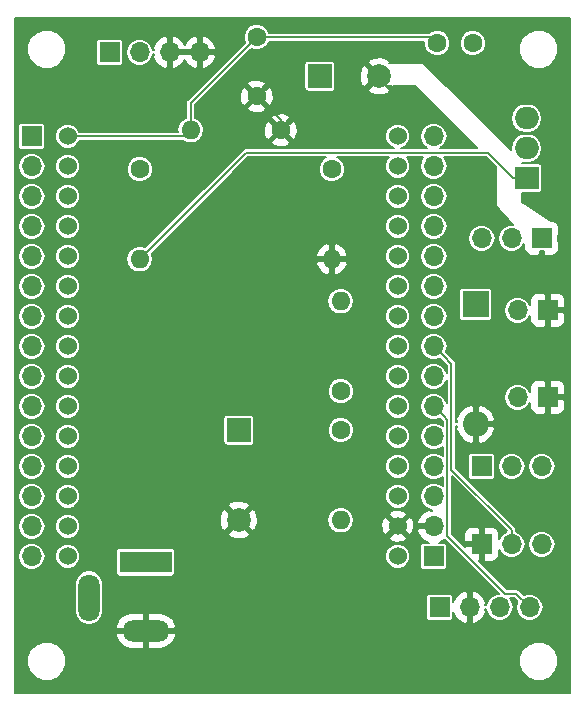
<source format=gtl>
G04 #@! TF.GenerationSoftware,KiCad,Pcbnew,5.0.2-bee76a0~70~ubuntu18.04.1*
G04 #@! TF.CreationDate,2020-02-03T20:23:13+01:00*
G04 #@! TF.ProjectId,ESP8266-LolinV3-Lamp,45535038-3236-4362-9d4c-6f6c696e5633,2.0*
G04 #@! TF.SameCoordinates,Original*
G04 #@! TF.FileFunction,Copper,L1,Top*
G04 #@! TF.FilePolarity,Positive*
%FSLAX46Y46*%
G04 Gerber Fmt 4.6, Leading zero omitted, Abs format (unit mm)*
G04 Created by KiCad (PCBNEW 5.0.2-bee76a0~70~ubuntu18.04.1) date lun 03 feb 2020 20:23:13 CET*
%MOMM*%
%LPD*%
G01*
G04 APERTURE LIST*
G04 #@! TA.AperFunction,ComponentPad*
%ADD10R,1.700000X1.700000*%
G04 #@! TD*
G04 #@! TA.AperFunction,ComponentPad*
%ADD11O,1.700000X1.700000*%
G04 #@! TD*
G04 #@! TA.AperFunction,ComponentPad*
%ADD12R,2.200000X2.200000*%
G04 #@! TD*
G04 #@! TA.AperFunction,ComponentPad*
%ADD13O,2.200000X2.200000*%
G04 #@! TD*
G04 #@! TA.AperFunction,ComponentPad*
%ADD14C,1.524000*%
G04 #@! TD*
G04 #@! TA.AperFunction,ComponentPad*
%ADD15O,1.800000X4.000000*%
G04 #@! TD*
G04 #@! TA.AperFunction,ComponentPad*
%ADD16O,4.000000X1.800000*%
G04 #@! TD*
G04 #@! TA.AperFunction,ComponentPad*
%ADD17R,4.400000X1.800000*%
G04 #@! TD*
G04 #@! TA.AperFunction,ComponentPad*
%ADD18R,2.000000X2.000000*%
G04 #@! TD*
G04 #@! TA.AperFunction,ComponentPad*
%ADD19C,2.000000*%
G04 #@! TD*
G04 #@! TA.AperFunction,ComponentPad*
%ADD20C,1.600000*%
G04 #@! TD*
G04 #@! TA.AperFunction,ComponentPad*
%ADD21O,1.600000X1.600000*%
G04 #@! TD*
G04 #@! TA.AperFunction,ComponentPad*
%ADD22R,2.000000X1.905000*%
G04 #@! TD*
G04 #@! TA.AperFunction,ComponentPad*
%ADD23O,2.000000X1.905000*%
G04 #@! TD*
G04 #@! TA.AperFunction,Conductor*
%ADD24C,0.160000*%
G04 #@! TD*
G04 #@! TA.AperFunction,Conductor*
%ADD25C,0.200000*%
G04 #@! TD*
G04 APERTURE END LIST*
D10*
G04 #@! TO.P,J9,1*
G04 #@! TO.N,GND*
X184912000Y-81280000D03*
D11*
G04 #@! TO.P,J9,2*
G04 #@! TO.N,+5V*
X182372000Y-81280000D03*
G04 #@! TD*
D10*
G04 #@! TO.P,J8,1*
G04 #@! TO.N,GND*
X184912000Y-73914000D03*
D11*
G04 #@! TO.P,J8,2*
G04 #@! TO.N,+5V*
X182372000Y-73914000D03*
G04 #@! TD*
D12*
G04 #@! TO.P,D1,1*
G04 #@! TO.N,+5V*
X178816000Y-73406000D03*
D13*
G04 #@! TO.P,D1,2*
G04 #@! TO.N,GND*
X178816000Y-83566000D03*
G04 #@! TD*
D14*
G04 #@! TO.P,U1,1*
G04 #@! TO.N,A0*
X144272000Y-59182000D03*
G04 #@! TO.P,U1,2*
G04 #@! TO.N,Net-(J1-Pad2)*
X144272000Y-61722000D03*
G04 #@! TO.P,U1,3*
G04 #@! TO.N,Net-(J1-Pad3)*
X144272000Y-64262000D03*
G04 #@! TO.P,U1,4*
G04 #@! TO.N,Net-(J1-Pad4)*
X144272000Y-66802000D03*
G04 #@! TO.P,U1,5*
G04 #@! TO.N,Net-(J1-Pad5)*
X144272000Y-69342000D03*
G04 #@! TO.P,U1,6*
G04 #@! TO.N,Net-(J1-Pad6)*
X144272000Y-71882000D03*
G04 #@! TO.P,U1,7*
G04 #@! TO.N,Net-(J1-Pad7)*
X144272000Y-74422000D03*
G04 #@! TO.P,U1,8*
G04 #@! TO.N,Net-(J1-Pad8)*
X144272000Y-76962000D03*
G04 #@! TO.P,U1,9*
G04 #@! TO.N,Net-(J1-Pad9)*
X144272000Y-79502000D03*
G04 #@! TO.P,U1,10*
G04 #@! TO.N,Net-(J1-Pad10)*
X144272000Y-82042000D03*
G04 #@! TO.P,U1,11*
G04 #@! TO.N,Net-(J1-Pad11)*
X144272000Y-84582000D03*
G04 #@! TO.P,U1,12*
G04 #@! TO.N,Net-(J1-Pad12)*
X144272000Y-87122000D03*
G04 #@! TO.P,U1,13*
G04 #@! TO.N,Net-(J1-Pad13)*
X144272000Y-89662000D03*
G04 #@! TO.P,U1,14*
G04 #@! TO.N,Net-(J1-Pad14)*
X144272000Y-92202000D03*
G04 #@! TO.P,U1,15*
G04 #@! TO.N,Net-(J1-Pad15)*
X144272000Y-94742000D03*
G04 #@! TO.P,U1,16*
G04 #@! TO.N,3.3V*
X172212000Y-94742000D03*
G04 #@! TO.P,U1,17*
G04 #@! TO.N,GND*
X172212000Y-92202000D03*
G04 #@! TO.P,U1,18*
G04 #@! TO.N,Net-(J3-Pad3)*
X172212000Y-89662000D03*
G04 #@! TO.P,U1,19*
G04 #@! TO.N,Net-(J3-Pad4)*
X172212000Y-87122000D03*
G04 #@! TO.P,U1,20*
G04 #@! TO.N,Net-(J3-Pad5)*
X172212000Y-84582000D03*
G04 #@! TO.P,U1,21*
G04 #@! TO.N,D7*
X172212000Y-82042000D03*
G04 #@! TO.P,U1,22*
G04 #@! TO.N,D6*
X172212000Y-79502000D03*
G04 #@! TO.P,U1,23*
G04 #@! TO.N,D5*
X172212000Y-76962000D03*
G04 #@! TO.P,U1,24*
G04 #@! TO.N,Net-(J3-Pad9)*
X172212000Y-74422000D03*
G04 #@! TO.P,U1,25*
G04 #@! TO.N,Net-(J3-Pad10)*
X172212000Y-71882000D03*
G04 #@! TO.P,U1,26*
G04 #@! TO.N,Net-(J3-Pad11)*
X172212000Y-69342000D03*
G04 #@! TO.P,U1,27*
G04 #@! TO.N,Net-(J3-Pad12)*
X172212000Y-66802000D03*
G04 #@! TO.P,U1,28*
G04 #@! TO.N,D2*
X172212000Y-64262000D03*
G04 #@! TO.P,U1,29*
G04 #@! TO.N,D1*
X172212000Y-61722000D03*
G04 #@! TO.P,U1,30*
G04 #@! TO.N,Net-(J3-Pad15)*
X172212000Y-59182000D03*
G04 #@! TD*
D15*
G04 #@! TO.P,J7,3*
G04 #@! TO.N,N/C*
X146076000Y-98250000D03*
D16*
G04 #@! TO.P,J7,2*
G04 #@! TO.N,GND*
X150876000Y-101050000D03*
D17*
G04 #@! TO.P,J7,1*
G04 #@! TO.N,Net-(J1-Pad15)*
X150876000Y-95250000D03*
G04 #@! TD*
D18*
G04 #@! TO.P,C1,1*
G04 #@! TO.N,+5V*
X165608000Y-54102000D03*
D19*
G04 #@! TO.P,C1,2*
G04 #@! TO.N,GND*
X170608000Y-54102000D03*
G04 #@! TD*
D20*
G04 #@! TO.P,C2,1*
G04 #@! TO.N,A0*
X160274000Y-50800000D03*
G04 #@! TO.P,C2,2*
G04 #@! TO.N,GND*
X160274000Y-55800000D03*
G04 #@! TD*
G04 #@! TO.P,R8,1*
G04 #@! TO.N,3.3V*
X178562000Y-51308000D03*
G04 #@! TO.P,R8,2*
G04 #@! TO.N,A0*
X175562000Y-51308000D03*
G04 #@! TD*
G04 #@! TO.P,R7,1*
G04 #@! TO.N,GND*
X162306000Y-58674000D03*
D21*
G04 #@! TO.P,R7,2*
G04 #@! TO.N,A0*
X154686000Y-58674000D03*
G04 #@! TD*
G04 #@! TO.P,R5,2*
G04 #@! TO.N,Net-(JP1-Pad1)*
X167386000Y-73152000D03*
D20*
G04 #@! TO.P,R5,1*
G04 #@! TO.N,D2*
X167386000Y-80772000D03*
G04 #@! TD*
G04 #@! TO.P,R6,1*
G04 #@! TO.N,D6*
X167386000Y-84074000D03*
D21*
G04 #@! TO.P,R6,2*
G04 #@! TO.N,Net-(BZ1-Pad1)*
X167386000Y-91694000D03*
G04 #@! TD*
D11*
G04 #@! TO.P,J1,15*
G04 #@! TO.N,Net-(J1-Pad15)*
X141224000Y-94742000D03*
G04 #@! TO.P,J1,14*
G04 #@! TO.N,Net-(J1-Pad14)*
X141224000Y-92202000D03*
G04 #@! TO.P,J1,13*
G04 #@! TO.N,Net-(J1-Pad13)*
X141224000Y-89662000D03*
G04 #@! TO.P,J1,12*
G04 #@! TO.N,Net-(J1-Pad12)*
X141224000Y-87122000D03*
G04 #@! TO.P,J1,11*
G04 #@! TO.N,Net-(J1-Pad11)*
X141224000Y-84582000D03*
G04 #@! TO.P,J1,10*
G04 #@! TO.N,Net-(J1-Pad10)*
X141224000Y-82042000D03*
G04 #@! TO.P,J1,9*
G04 #@! TO.N,Net-(J1-Pad9)*
X141224000Y-79502000D03*
G04 #@! TO.P,J1,8*
G04 #@! TO.N,Net-(J1-Pad8)*
X141224000Y-76962000D03*
G04 #@! TO.P,J1,7*
G04 #@! TO.N,Net-(J1-Pad7)*
X141224000Y-74422000D03*
G04 #@! TO.P,J1,6*
G04 #@! TO.N,Net-(J1-Pad6)*
X141224000Y-71882000D03*
G04 #@! TO.P,J1,5*
G04 #@! TO.N,Net-(J1-Pad5)*
X141224000Y-69342000D03*
G04 #@! TO.P,J1,4*
G04 #@! TO.N,Net-(J1-Pad4)*
X141224000Y-66802000D03*
G04 #@! TO.P,J1,3*
G04 #@! TO.N,Net-(J1-Pad3)*
X141224000Y-64262000D03*
G04 #@! TO.P,J1,2*
G04 #@! TO.N,Net-(J1-Pad2)*
X141224000Y-61722000D03*
D10*
G04 #@! TO.P,J1,1*
G04 #@! TO.N,A0*
X141224000Y-59182000D03*
G04 #@! TD*
G04 #@! TO.P,JP1,1*
G04 #@! TO.N,Net-(JP1-Pad1)*
X179324000Y-87122000D03*
D11*
G04 #@! TO.P,JP1,2*
G04 #@! TO.N,DATA*
X181864000Y-87122000D03*
G04 #@! TO.P,JP1,3*
G04 #@! TO.N,Net-(JP1-Pad3)*
X184404000Y-87122000D03*
G04 #@! TD*
D21*
G04 #@! TO.P,R4,2*
G04 #@! TO.N,Net-(Q4-Pad1)*
X150368000Y-69596000D03*
D20*
G04 #@! TO.P,R4,1*
G04 #@! TO.N,Net-(J1-Pad15)*
X150368000Y-61976000D03*
G04 #@! TD*
G04 #@! TO.P,R3,1*
G04 #@! TO.N,D1*
X166624000Y-61976000D03*
D21*
G04 #@! TO.P,R3,2*
G04 #@! TO.N,GND*
X166624000Y-69596000D03*
G04 #@! TD*
D22*
G04 #@! TO.P,Q5,1*
G04 #@! TO.N,Net-(Q4-Pad1)*
X183134000Y-62738000D03*
D23*
G04 #@! TO.P,Q5,2*
G04 #@! TO.N,+5V*
X183134000Y-60198000D03*
G04 #@! TO.P,Q5,3*
G04 #@! TO.N,Net-(J1-Pad15)*
X183134000Y-57658000D03*
G04 #@! TD*
D18*
G04 #@! TO.P,BZ1,1*
G04 #@! TO.N,Net-(BZ1-Pad1)*
X158750000Y-84074000D03*
D19*
G04 #@! TO.P,BZ1,2*
G04 #@! TO.N,GND*
X158750000Y-91674000D03*
G04 #@! TD*
D11*
G04 #@! TO.P,J4,3*
G04 #@! TO.N,+5V*
X179324000Y-67818000D03*
G04 #@! TO.P,J4,2*
G04 #@! TO.N,DATA*
X181864000Y-67818000D03*
D10*
G04 #@! TO.P,J4,1*
G04 #@! TO.N,GND*
X184404000Y-67818000D03*
G04 #@! TD*
G04 #@! TO.P,J5,1*
G04 #@! TO.N,GND*
X179324000Y-93726000D03*
D11*
G04 #@! TO.P,J5,2*
G04 #@! TO.N,D5*
X181864000Y-93726000D03*
G04 #@! TO.P,J5,3*
G04 #@! TO.N,3.3V*
X184404000Y-93726000D03*
G04 #@! TD*
G04 #@! TO.P,J2,4*
G04 #@! TO.N,GND*
X155448000Y-52070000D03*
G04 #@! TO.P,J2,3*
X152908000Y-52070000D03*
G04 #@! TO.P,J2,2*
G04 #@! TO.N,Net-(J1-Pad15)*
X150368000Y-52070000D03*
D10*
G04 #@! TO.P,J2,1*
X147828000Y-52070000D03*
G04 #@! TD*
G04 #@! TO.P,J6,1*
G04 #@! TO.N,A0*
X175768000Y-99060000D03*
D11*
G04 #@! TO.P,J6,2*
G04 #@! TO.N,GND*
X178308000Y-99060000D03*
G04 #@! TO.P,J6,3*
G04 #@! TO.N,3.3V*
X180848000Y-99060000D03*
G04 #@! TO.P,J6,4*
G04 #@! TO.N,D7*
X183388000Y-99060000D03*
G04 #@! TD*
D10*
G04 #@! TO.P,J3,1*
G04 #@! TO.N,3.3V*
X175260000Y-94742000D03*
D11*
G04 #@! TO.P,J3,2*
G04 #@! TO.N,GND*
X175260000Y-92202000D03*
G04 #@! TO.P,J3,3*
G04 #@! TO.N,Net-(J3-Pad3)*
X175260000Y-89662000D03*
G04 #@! TO.P,J3,4*
G04 #@! TO.N,Net-(J3-Pad4)*
X175260000Y-87122000D03*
G04 #@! TO.P,J3,5*
G04 #@! TO.N,Net-(J3-Pad5)*
X175260000Y-84582000D03*
G04 #@! TO.P,J3,6*
G04 #@! TO.N,D7*
X175260000Y-82042000D03*
G04 #@! TO.P,J3,7*
G04 #@! TO.N,D6*
X175260000Y-79502000D03*
G04 #@! TO.P,J3,8*
G04 #@! TO.N,D5*
X175260000Y-76962000D03*
G04 #@! TO.P,J3,9*
G04 #@! TO.N,Net-(J3-Pad9)*
X175260000Y-74422000D03*
G04 #@! TO.P,J3,10*
G04 #@! TO.N,Net-(J3-Pad10)*
X175260000Y-71882000D03*
G04 #@! TO.P,J3,11*
G04 #@! TO.N,Net-(J3-Pad11)*
X175260000Y-69342000D03*
G04 #@! TO.P,J3,12*
G04 #@! TO.N,Net-(J3-Pad12)*
X175260000Y-66802000D03*
G04 #@! TO.P,J3,13*
G04 #@! TO.N,D2*
X175260000Y-64262000D03*
G04 #@! TO.P,J3,14*
G04 #@! TO.N,D1*
X175260000Y-61722000D03*
G04 #@! TO.P,J3,15*
G04 #@! TO.N,Net-(J3-Pad15)*
X175260000Y-59182000D03*
G04 #@! TD*
D24*
G04 #@! TO.N,GND*
X162306000Y-57832000D02*
X162306000Y-58674000D01*
X160274000Y-55800000D02*
X162306000Y-57832000D01*
G04 #@! TO.N,A0*
X154686000Y-56388000D02*
X160274000Y-50800000D01*
X154686000Y-58674000D02*
X154686000Y-56388000D01*
X175054000Y-50800000D02*
X175562000Y-51308000D01*
X160274000Y-50800000D02*
X175054000Y-50800000D01*
X154178000Y-59182000D02*
X154686000Y-58674000D01*
X144272000Y-59182000D02*
X154178000Y-59182000D01*
G04 #@! TO.N,D7*
X176390001Y-83172001D02*
X176109999Y-82891999D01*
X176390001Y-92996003D02*
X176390001Y-83172001D01*
X176109999Y-82891999D02*
X175260000Y-82042000D01*
X181323997Y-97929999D02*
X176390001Y-92996003D01*
X182257999Y-97929999D02*
X181323997Y-97929999D01*
X183388000Y-99060000D02*
X182257999Y-97929999D01*
G04 #@! TO.N,D5*
X176750011Y-87409930D02*
X176750011Y-78452011D01*
X176750011Y-78452011D02*
X176109999Y-77811999D01*
X181864000Y-92523919D02*
X176750011Y-87409930D01*
X176109999Y-77811999D02*
X175260000Y-76962000D01*
X181864000Y-93726000D02*
X181864000Y-92523919D01*
G04 #@! TO.N,Net-(Q4-Pad1)*
X151167999Y-68796001D02*
X150368000Y-69596000D01*
X159372001Y-60591999D02*
X151167999Y-68796001D01*
X179827999Y-60591999D02*
X159372001Y-60591999D01*
X181974000Y-62738000D02*
X179827999Y-60591999D01*
X183134000Y-62738000D02*
X181974000Y-62738000D01*
G04 #@! TD*
D25*
G04 #@! TO.N,GND*
G36*
X186823001Y-106305000D02*
X139821000Y-106305000D01*
X139821000Y-103303795D01*
X140844000Y-103303795D01*
X140844000Y-103960205D01*
X141095198Y-104566650D01*
X141559350Y-105030802D01*
X142165795Y-105282000D01*
X142822205Y-105282000D01*
X143428650Y-105030802D01*
X143892802Y-104566650D01*
X144144000Y-103960205D01*
X144144000Y-103303795D01*
X182500000Y-103303795D01*
X182500000Y-103960205D01*
X182751198Y-104566650D01*
X183215350Y-105030802D01*
X183821795Y-105282000D01*
X184478205Y-105282000D01*
X185084650Y-105030802D01*
X185548802Y-104566650D01*
X185800000Y-103960205D01*
X185800000Y-103303795D01*
X185548802Y-102697350D01*
X185084650Y-102233198D01*
X184478205Y-101982000D01*
X183821795Y-101982000D01*
X183215350Y-102233198D01*
X182751198Y-102697350D01*
X182500000Y-103303795D01*
X144144000Y-103303795D01*
X143892802Y-102697350D01*
X143428650Y-102233198D01*
X142822205Y-101982000D01*
X142165795Y-101982000D01*
X141559350Y-102233198D01*
X141095198Y-102697350D01*
X140844000Y-103303795D01*
X139821000Y-103303795D01*
X139821000Y-101436774D01*
X148318444Y-101436774D01*
X148323857Y-101484810D01*
X148600789Y-102007423D01*
X149056636Y-102384277D01*
X149622000Y-102558000D01*
X150722000Y-102558000D01*
X150722000Y-101204000D01*
X151030000Y-101204000D01*
X151030000Y-102558000D01*
X152130000Y-102558000D01*
X152695364Y-102384277D01*
X153151211Y-102007423D01*
X153428143Y-101484810D01*
X153433556Y-101436774D01*
X153323227Y-101204000D01*
X151030000Y-101204000D01*
X150722000Y-101204000D01*
X148428773Y-101204000D01*
X148318444Y-101436774D01*
X139821000Y-101436774D01*
X139821000Y-100663226D01*
X148318444Y-100663226D01*
X148428773Y-100896000D01*
X150722000Y-100896000D01*
X150722000Y-99542000D01*
X151030000Y-99542000D01*
X151030000Y-100896000D01*
X153323227Y-100896000D01*
X153433556Y-100663226D01*
X153428143Y-100615190D01*
X153151211Y-100092577D01*
X152695364Y-99715723D01*
X152130000Y-99542000D01*
X151030000Y-99542000D01*
X150722000Y-99542000D01*
X149622000Y-99542000D01*
X149056636Y-99715723D01*
X148600789Y-100092577D01*
X148323857Y-100615190D01*
X148318444Y-100663226D01*
X139821000Y-100663226D01*
X139821000Y-97031813D01*
X144876000Y-97031813D01*
X144876001Y-99468188D01*
X144945626Y-99818217D01*
X145210849Y-100215152D01*
X145607784Y-100480375D01*
X146076000Y-100573509D01*
X146544217Y-100480375D01*
X146941152Y-100215152D01*
X147206375Y-99818217D01*
X147276000Y-99468188D01*
X147276000Y-98210000D01*
X174612123Y-98210000D01*
X174612123Y-99910000D01*
X174635407Y-100027054D01*
X174701712Y-100126288D01*
X174800946Y-100192593D01*
X174918000Y-100215877D01*
X176618000Y-100215877D01*
X176735054Y-100192593D01*
X176834288Y-100126288D01*
X176900593Y-100027054D01*
X176923877Y-99910000D01*
X176923877Y-99487023D01*
X177152259Y-99948854D01*
X177580384Y-100323477D01*
X177929090Y-100467903D01*
X178154000Y-100356889D01*
X178154000Y-99214000D01*
X178134000Y-99214000D01*
X178134000Y-98906000D01*
X178154000Y-98906000D01*
X178154000Y-97763111D01*
X177929090Y-97652097D01*
X177580384Y-97796523D01*
X177152259Y-98171146D01*
X176923877Y-98632977D01*
X176923877Y-98210000D01*
X176900593Y-98092946D01*
X176834288Y-97993712D01*
X176735054Y-97927407D01*
X176618000Y-97904123D01*
X174918000Y-97904123D01*
X174800946Y-97927407D01*
X174701712Y-97993712D01*
X174635407Y-98092946D01*
X174612123Y-98210000D01*
X147276000Y-98210000D01*
X147276000Y-97031812D01*
X147206375Y-96681783D01*
X146941152Y-96284848D01*
X146544216Y-96019625D01*
X146076000Y-95926491D01*
X145607783Y-96019625D01*
X145210848Y-96284848D01*
X144945625Y-96681784D01*
X144876000Y-97031813D01*
X139821000Y-97031813D01*
X139821000Y-94742000D01*
X140051471Y-94742000D01*
X140140724Y-95190707D01*
X140394897Y-95571103D01*
X140775293Y-95825276D01*
X141110739Y-95892000D01*
X141337261Y-95892000D01*
X141672707Y-95825276D01*
X142053103Y-95571103D01*
X142307276Y-95190707D01*
X142396529Y-94742000D01*
X142354510Y-94530755D01*
X143210000Y-94530755D01*
X143210000Y-94953245D01*
X143371680Y-95343575D01*
X143670425Y-95642320D01*
X144060755Y-95804000D01*
X144483245Y-95804000D01*
X144873575Y-95642320D01*
X145172320Y-95343575D01*
X145334000Y-94953245D01*
X145334000Y-94530755D01*
X145259129Y-94350000D01*
X148370123Y-94350000D01*
X148370123Y-96150000D01*
X148393407Y-96267054D01*
X148459712Y-96366288D01*
X148558946Y-96432593D01*
X148676000Y-96455877D01*
X153076000Y-96455877D01*
X153193054Y-96432593D01*
X153292288Y-96366288D01*
X153358593Y-96267054D01*
X153381877Y-96150000D01*
X153381877Y-94530755D01*
X171150000Y-94530755D01*
X171150000Y-94953245D01*
X171311680Y-95343575D01*
X171610425Y-95642320D01*
X172000755Y-95804000D01*
X172423245Y-95804000D01*
X172813575Y-95642320D01*
X173112320Y-95343575D01*
X173274000Y-94953245D01*
X173274000Y-94530755D01*
X173112320Y-94140425D01*
X172813575Y-93841680D01*
X172423245Y-93680000D01*
X172000755Y-93680000D01*
X171610425Y-93841680D01*
X171311680Y-94140425D01*
X171150000Y-94530755D01*
X153381877Y-94530755D01*
X153381877Y-94350000D01*
X153358593Y-94232946D01*
X153292288Y-94133712D01*
X153193054Y-94067407D01*
X153076000Y-94044123D01*
X148676000Y-94044123D01*
X148558946Y-94067407D01*
X148459712Y-94133712D01*
X148393407Y-94232946D01*
X148370123Y-94350000D01*
X145259129Y-94350000D01*
X145172320Y-94140425D01*
X144873575Y-93841680D01*
X144483245Y-93680000D01*
X144060755Y-93680000D01*
X143670425Y-93841680D01*
X143371680Y-94140425D01*
X143210000Y-94530755D01*
X142354510Y-94530755D01*
X142307276Y-94293293D01*
X142053103Y-93912897D01*
X141672707Y-93658724D01*
X141337261Y-93592000D01*
X141110739Y-93592000D01*
X140775293Y-93658724D01*
X140394897Y-93912897D01*
X140140724Y-94293293D01*
X140051471Y-94742000D01*
X139821000Y-94742000D01*
X139821000Y-92202000D01*
X140051471Y-92202000D01*
X140140724Y-92650707D01*
X140394897Y-93031103D01*
X140775293Y-93285276D01*
X141110739Y-93352000D01*
X141337261Y-93352000D01*
X141672707Y-93285276D01*
X142053103Y-93031103D01*
X142307276Y-92650707D01*
X142396529Y-92202000D01*
X142354510Y-91990755D01*
X143210000Y-91990755D01*
X143210000Y-92413245D01*
X143371680Y-92803575D01*
X143670425Y-93102320D01*
X144060755Y-93264000D01*
X144483245Y-93264000D01*
X144873575Y-93102320D01*
X145146829Y-92829066D01*
X157812723Y-92829066D01*
X157915174Y-93085040D01*
X158518703Y-93297105D01*
X159157445Y-93262067D01*
X159345026Y-93184368D01*
X171447421Y-93184368D01*
X171520551Y-93415698D01*
X172037647Y-93587917D01*
X172581287Y-93549142D01*
X172903449Y-93415698D01*
X172976579Y-93184368D01*
X172212000Y-92419789D01*
X171447421Y-93184368D01*
X159345026Y-93184368D01*
X159584826Y-93085040D01*
X159687277Y-92829066D01*
X158750000Y-91891789D01*
X157812723Y-92829066D01*
X145146829Y-92829066D01*
X145172320Y-92803575D01*
X145334000Y-92413245D01*
X145334000Y-91990755D01*
X145172320Y-91600425D01*
X145014598Y-91442703D01*
X157126895Y-91442703D01*
X157161933Y-92081445D01*
X157338960Y-92508826D01*
X157594934Y-92611277D01*
X158532211Y-91674000D01*
X158967789Y-91674000D01*
X159905066Y-92611277D01*
X160161040Y-92508826D01*
X160373105Y-91905297D01*
X160361515Y-91694000D01*
X166264450Y-91694000D01*
X166349823Y-92123199D01*
X166592944Y-92487056D01*
X166956801Y-92730177D01*
X167277661Y-92794000D01*
X167494339Y-92794000D01*
X167815199Y-92730177D01*
X168179056Y-92487056D01*
X168422177Y-92123199D01*
X168441183Y-92027647D01*
X170826083Y-92027647D01*
X170864858Y-92571287D01*
X170998302Y-92893449D01*
X171229632Y-92966579D01*
X171994211Y-92202000D01*
X172429789Y-92202000D01*
X173194368Y-92966579D01*
X173425698Y-92893449D01*
X173597917Y-92376353D01*
X173559142Y-91832713D01*
X173555157Y-91823090D01*
X173852097Y-91823090D01*
X173963111Y-92048000D01*
X175106000Y-92048000D01*
X175106000Y-92028000D01*
X175414000Y-92028000D01*
X175414000Y-92048000D01*
X175434000Y-92048000D01*
X175434000Y-92356000D01*
X175414000Y-92356000D01*
X175414000Y-92376000D01*
X175106000Y-92376000D01*
X175106000Y-92356000D01*
X173963111Y-92356000D01*
X173852097Y-92580910D01*
X173996523Y-92929616D01*
X174371146Y-93357741D01*
X174832977Y-93586123D01*
X174410000Y-93586123D01*
X174292946Y-93609407D01*
X174193712Y-93675712D01*
X174127407Y-93774946D01*
X174104123Y-93892000D01*
X174104123Y-95592000D01*
X174127407Y-95709054D01*
X174193712Y-95808288D01*
X174292946Y-95874593D01*
X174410000Y-95897877D01*
X176110000Y-95897877D01*
X176227054Y-95874593D01*
X176326288Y-95808288D01*
X176392593Y-95709054D01*
X176415877Y-95592000D01*
X176415877Y-93892000D01*
X176392593Y-93774946D01*
X176326288Y-93675712D01*
X176227054Y-93609407D01*
X176110000Y-93586123D01*
X175687023Y-93586123D01*
X176148854Y-93357741D01*
X176179414Y-93322816D01*
X180766597Y-97910000D01*
X180734739Y-97910000D01*
X180399293Y-97976724D01*
X180018897Y-98230897D01*
X179764724Y-98611293D01*
X179706104Y-98905998D01*
X179605857Y-98905998D01*
X179715915Y-98681089D01*
X179463741Y-98171146D01*
X179035616Y-97796523D01*
X178686910Y-97652097D01*
X178462000Y-97763111D01*
X178462000Y-98906000D01*
X178482000Y-98906000D01*
X178482000Y-99214000D01*
X178462000Y-99214000D01*
X178462000Y-100356889D01*
X178686910Y-100467903D01*
X179035616Y-100323477D01*
X179463741Y-99948854D01*
X179715915Y-99438911D01*
X179605857Y-99214002D01*
X179706104Y-99214002D01*
X179764724Y-99508707D01*
X180018897Y-99889103D01*
X180399293Y-100143276D01*
X180734739Y-100210000D01*
X180961261Y-100210000D01*
X181296707Y-100143276D01*
X181677103Y-99889103D01*
X181931276Y-99508707D01*
X182020529Y-99060000D01*
X181931276Y-98611293D01*
X181729957Y-98309999D01*
X182100599Y-98309999D01*
X182343644Y-98553045D01*
X182304724Y-98611293D01*
X182215471Y-99060000D01*
X182304724Y-99508707D01*
X182558897Y-99889103D01*
X182939293Y-100143276D01*
X183274739Y-100210000D01*
X183501261Y-100210000D01*
X183836707Y-100143276D01*
X184217103Y-99889103D01*
X184471276Y-99508707D01*
X184560529Y-99060000D01*
X184471276Y-98611293D01*
X184217103Y-98230897D01*
X183836707Y-97976724D01*
X183501261Y-97910000D01*
X183274739Y-97910000D01*
X182939293Y-97976724D01*
X182881045Y-98015644D01*
X182553163Y-97687763D01*
X182531963Y-97656035D01*
X182406267Y-97572047D01*
X182295423Y-97549999D01*
X182295418Y-97549999D01*
X182257999Y-97542556D01*
X182220580Y-97549999D01*
X181481398Y-97549999D01*
X179066699Y-95135301D01*
X179170000Y-95032000D01*
X179170000Y-93880000D01*
X178018000Y-93880000D01*
X177914699Y-93983301D01*
X176770001Y-92838603D01*
X176770001Y-92755061D01*
X177866000Y-92755061D01*
X177866000Y-93420000D01*
X178018000Y-93572000D01*
X179170000Y-93572000D01*
X179170000Y-92420000D01*
X179018000Y-92268000D01*
X178353062Y-92268000D01*
X178129596Y-92360562D01*
X177958563Y-92531595D01*
X177866000Y-92755061D01*
X176770001Y-92755061D01*
X176770001Y-87967320D01*
X181440408Y-92637728D01*
X181415293Y-92642724D01*
X181034897Y-92896897D01*
X180782000Y-93275383D01*
X180782000Y-92755061D01*
X180689437Y-92531595D01*
X180518404Y-92360562D01*
X180294938Y-92268000D01*
X179630000Y-92268000D01*
X179478000Y-92420000D01*
X179478000Y-93572000D01*
X179498000Y-93572000D01*
X179498000Y-93880000D01*
X179478000Y-93880000D01*
X179478000Y-95032000D01*
X179630000Y-95184000D01*
X180294938Y-95184000D01*
X180518404Y-95091438D01*
X180689437Y-94920405D01*
X180782000Y-94696939D01*
X180782000Y-94176617D01*
X181034897Y-94555103D01*
X181415293Y-94809276D01*
X181750739Y-94876000D01*
X181977261Y-94876000D01*
X182312707Y-94809276D01*
X182693103Y-94555103D01*
X182947276Y-94174707D01*
X183036529Y-93726000D01*
X183231471Y-93726000D01*
X183320724Y-94174707D01*
X183574897Y-94555103D01*
X183955293Y-94809276D01*
X184290739Y-94876000D01*
X184517261Y-94876000D01*
X184852707Y-94809276D01*
X185233103Y-94555103D01*
X185487276Y-94174707D01*
X185576529Y-93726000D01*
X185487276Y-93277293D01*
X185233103Y-92896897D01*
X184852707Y-92642724D01*
X184517261Y-92576000D01*
X184290739Y-92576000D01*
X183955293Y-92642724D01*
X183574897Y-92896897D01*
X183320724Y-93277293D01*
X183231471Y-93726000D01*
X183036529Y-93726000D01*
X182947276Y-93277293D01*
X182693103Y-92896897D01*
X182312707Y-92642724D01*
X182244000Y-92629057D01*
X182244000Y-92561338D01*
X182251443Y-92523919D01*
X182244000Y-92486500D01*
X182244000Y-92486495D01*
X182221952Y-92375651D01*
X182137964Y-92249955D01*
X182106239Y-92228757D01*
X177130011Y-87252530D01*
X177130011Y-86272000D01*
X178168123Y-86272000D01*
X178168123Y-87972000D01*
X178191407Y-88089054D01*
X178257712Y-88188288D01*
X178356946Y-88254593D01*
X178474000Y-88277877D01*
X180174000Y-88277877D01*
X180291054Y-88254593D01*
X180390288Y-88188288D01*
X180456593Y-88089054D01*
X180479877Y-87972000D01*
X180479877Y-87122000D01*
X180691471Y-87122000D01*
X180780724Y-87570707D01*
X181034897Y-87951103D01*
X181415293Y-88205276D01*
X181750739Y-88272000D01*
X181977261Y-88272000D01*
X182312707Y-88205276D01*
X182693103Y-87951103D01*
X182947276Y-87570707D01*
X183036529Y-87122000D01*
X183231471Y-87122000D01*
X183320724Y-87570707D01*
X183574897Y-87951103D01*
X183955293Y-88205276D01*
X184290739Y-88272000D01*
X184517261Y-88272000D01*
X184852707Y-88205276D01*
X185233103Y-87951103D01*
X185487276Y-87570707D01*
X185576529Y-87122000D01*
X185487276Y-86673293D01*
X185233103Y-86292897D01*
X184852707Y-86038724D01*
X184517261Y-85972000D01*
X184290739Y-85972000D01*
X183955293Y-86038724D01*
X183574897Y-86292897D01*
X183320724Y-86673293D01*
X183231471Y-87122000D01*
X183036529Y-87122000D01*
X182947276Y-86673293D01*
X182693103Y-86292897D01*
X182312707Y-86038724D01*
X181977261Y-85972000D01*
X181750739Y-85972000D01*
X181415293Y-86038724D01*
X181034897Y-86292897D01*
X180780724Y-86673293D01*
X180691471Y-87122000D01*
X180479877Y-87122000D01*
X180479877Y-86272000D01*
X180456593Y-86154946D01*
X180390288Y-86055712D01*
X180291054Y-85989407D01*
X180174000Y-85966123D01*
X178474000Y-85966123D01*
X178356946Y-85989407D01*
X178257712Y-86055712D01*
X178191407Y-86154946D01*
X178168123Y-86272000D01*
X177130011Y-86272000D01*
X177130011Y-83720002D01*
X177266946Y-83720002D01*
X177159981Y-83984207D01*
X177446079Y-84586104D01*
X177940735Y-85032699D01*
X178397794Y-85222009D01*
X178662000Y-85114360D01*
X178662000Y-83720000D01*
X178970000Y-83720000D01*
X178970000Y-85114360D01*
X179234206Y-85222009D01*
X179691265Y-85032699D01*
X180185921Y-84586104D01*
X180472019Y-83984207D01*
X180365053Y-83720000D01*
X178970000Y-83720000D01*
X178662000Y-83720000D01*
X178642000Y-83720000D01*
X178642000Y-83412000D01*
X178662000Y-83412000D01*
X178662000Y-82017640D01*
X178970000Y-82017640D01*
X178970000Y-83412000D01*
X180365053Y-83412000D01*
X180472019Y-83147793D01*
X180185921Y-82545896D01*
X179691265Y-82099301D01*
X179234206Y-81909991D01*
X178970000Y-82017640D01*
X178662000Y-82017640D01*
X178397794Y-81909991D01*
X177940735Y-82099301D01*
X177446079Y-82545896D01*
X177159981Y-83147793D01*
X177266946Y-83411998D01*
X177130011Y-83411998D01*
X177130011Y-81280000D01*
X181199471Y-81280000D01*
X181288724Y-81728707D01*
X181542897Y-82109103D01*
X181923293Y-82363276D01*
X182258739Y-82430000D01*
X182485261Y-82430000D01*
X182820707Y-82363276D01*
X183201103Y-82109103D01*
X183454000Y-81730617D01*
X183454000Y-82250939D01*
X183546563Y-82474405D01*
X183717596Y-82645438D01*
X183941062Y-82738000D01*
X184606000Y-82738000D01*
X184758000Y-82586000D01*
X184758000Y-81434000D01*
X185066000Y-81434000D01*
X185066000Y-82586000D01*
X185218000Y-82738000D01*
X185882938Y-82738000D01*
X186106404Y-82645438D01*
X186277437Y-82474405D01*
X186370000Y-82250939D01*
X186370000Y-81586000D01*
X186218000Y-81434000D01*
X185066000Y-81434000D01*
X184758000Y-81434000D01*
X184738000Y-81434000D01*
X184738000Y-81126000D01*
X184758000Y-81126000D01*
X184758000Y-79974000D01*
X185066000Y-79974000D01*
X185066000Y-81126000D01*
X186218000Y-81126000D01*
X186370000Y-80974000D01*
X186370000Y-80309061D01*
X186277437Y-80085595D01*
X186106404Y-79914562D01*
X185882938Y-79822000D01*
X185218000Y-79822000D01*
X185066000Y-79974000D01*
X184758000Y-79974000D01*
X184606000Y-79822000D01*
X183941062Y-79822000D01*
X183717596Y-79914562D01*
X183546563Y-80085595D01*
X183454000Y-80309061D01*
X183454000Y-80829383D01*
X183201103Y-80450897D01*
X182820707Y-80196724D01*
X182485261Y-80130000D01*
X182258739Y-80130000D01*
X181923293Y-80196724D01*
X181542897Y-80450897D01*
X181288724Y-80831293D01*
X181199471Y-81280000D01*
X177130011Y-81280000D01*
X177130011Y-78489430D01*
X177137454Y-78452011D01*
X177130011Y-78414592D01*
X177130011Y-78414587D01*
X177107963Y-78303743D01*
X177023975Y-78178047D01*
X176992249Y-78156848D01*
X176405164Y-77569764D01*
X176405162Y-77569761D01*
X176304356Y-77468955D01*
X176343276Y-77410707D01*
X176432529Y-76962000D01*
X176343276Y-76513293D01*
X176089103Y-76132897D01*
X175708707Y-75878724D01*
X175373261Y-75812000D01*
X175146739Y-75812000D01*
X174811293Y-75878724D01*
X174430897Y-76132897D01*
X174176724Y-76513293D01*
X174087471Y-76962000D01*
X174176724Y-77410707D01*
X174430897Y-77791103D01*
X174811293Y-78045276D01*
X175146739Y-78112000D01*
X175373261Y-78112000D01*
X175708707Y-78045276D01*
X175766955Y-78006356D01*
X175867761Y-78107162D01*
X175867764Y-78107164D01*
X176370012Y-78609413D01*
X176370012Y-79187704D01*
X176343276Y-79053293D01*
X176089103Y-78672897D01*
X175708707Y-78418724D01*
X175373261Y-78352000D01*
X175146739Y-78352000D01*
X174811293Y-78418724D01*
X174430897Y-78672897D01*
X174176724Y-79053293D01*
X174087471Y-79502000D01*
X174176724Y-79950707D01*
X174430897Y-80331103D01*
X174811293Y-80585276D01*
X175146739Y-80652000D01*
X175373261Y-80652000D01*
X175708707Y-80585276D01*
X176089103Y-80331103D01*
X176343276Y-79950707D01*
X176370012Y-79816296D01*
X176370012Y-81727703D01*
X176343276Y-81593293D01*
X176089103Y-81212897D01*
X175708707Y-80958724D01*
X175373261Y-80892000D01*
X175146739Y-80892000D01*
X174811293Y-80958724D01*
X174430897Y-81212897D01*
X174176724Y-81593293D01*
X174087471Y-82042000D01*
X174176724Y-82490707D01*
X174430897Y-82871103D01*
X174811293Y-83125276D01*
X175146739Y-83192000D01*
X175373261Y-83192000D01*
X175708707Y-83125276D01*
X175766955Y-83086356D01*
X175867761Y-83187162D01*
X175867764Y-83187164D01*
X176010002Y-83329403D01*
X176010002Y-83700043D01*
X175708707Y-83498724D01*
X175373261Y-83432000D01*
X175146739Y-83432000D01*
X174811293Y-83498724D01*
X174430897Y-83752897D01*
X174176724Y-84133293D01*
X174087471Y-84582000D01*
X174176724Y-85030707D01*
X174430897Y-85411103D01*
X174811293Y-85665276D01*
X175146739Y-85732000D01*
X175373261Y-85732000D01*
X175708707Y-85665276D01*
X176010002Y-85463957D01*
X176010002Y-86240043D01*
X175708707Y-86038724D01*
X175373261Y-85972000D01*
X175146739Y-85972000D01*
X174811293Y-86038724D01*
X174430897Y-86292897D01*
X174176724Y-86673293D01*
X174087471Y-87122000D01*
X174176724Y-87570707D01*
X174430897Y-87951103D01*
X174811293Y-88205276D01*
X175146739Y-88272000D01*
X175373261Y-88272000D01*
X175708707Y-88205276D01*
X176010002Y-88003957D01*
X176010001Y-88780043D01*
X175708707Y-88578724D01*
X175373261Y-88512000D01*
X175146739Y-88512000D01*
X174811293Y-88578724D01*
X174430897Y-88832897D01*
X174176724Y-89213293D01*
X174087471Y-89662000D01*
X174176724Y-90110707D01*
X174430897Y-90491103D01*
X174811293Y-90745276D01*
X175105998Y-90803896D01*
X175105998Y-90904143D01*
X174881089Y-90794085D01*
X174371146Y-91046259D01*
X173996523Y-91474384D01*
X173852097Y-91823090D01*
X173555157Y-91823090D01*
X173425698Y-91510551D01*
X173194368Y-91437421D01*
X172429789Y-92202000D01*
X171994211Y-92202000D01*
X171229632Y-91437421D01*
X170998302Y-91510551D01*
X170826083Y-92027647D01*
X168441183Y-92027647D01*
X168507550Y-91694000D01*
X168422177Y-91264801D01*
X168391997Y-91219632D01*
X171447421Y-91219632D01*
X172212000Y-91984211D01*
X172976579Y-91219632D01*
X172903449Y-90988302D01*
X172386353Y-90816083D01*
X171842713Y-90854858D01*
X171520551Y-90988302D01*
X171447421Y-91219632D01*
X168391997Y-91219632D01*
X168179056Y-90900944D01*
X167815199Y-90657823D01*
X167494339Y-90594000D01*
X167277661Y-90594000D01*
X166956801Y-90657823D01*
X166592944Y-90900944D01*
X166349823Y-91264801D01*
X166264450Y-91694000D01*
X160361515Y-91694000D01*
X160338067Y-91266555D01*
X160161040Y-90839174D01*
X159905066Y-90736723D01*
X158967789Y-91674000D01*
X158532211Y-91674000D01*
X157594934Y-90736723D01*
X157338960Y-90839174D01*
X157126895Y-91442703D01*
X145014598Y-91442703D01*
X144873575Y-91301680D01*
X144483245Y-91140000D01*
X144060755Y-91140000D01*
X143670425Y-91301680D01*
X143371680Y-91600425D01*
X143210000Y-91990755D01*
X142354510Y-91990755D01*
X142307276Y-91753293D01*
X142053103Y-91372897D01*
X141672707Y-91118724D01*
X141337261Y-91052000D01*
X141110739Y-91052000D01*
X140775293Y-91118724D01*
X140394897Y-91372897D01*
X140140724Y-91753293D01*
X140051471Y-92202000D01*
X139821000Y-92202000D01*
X139821000Y-89662000D01*
X140051471Y-89662000D01*
X140140724Y-90110707D01*
X140394897Y-90491103D01*
X140775293Y-90745276D01*
X141110739Y-90812000D01*
X141337261Y-90812000D01*
X141672707Y-90745276D01*
X142053103Y-90491103D01*
X142307276Y-90110707D01*
X142396529Y-89662000D01*
X142354510Y-89450755D01*
X143210000Y-89450755D01*
X143210000Y-89873245D01*
X143371680Y-90263575D01*
X143670425Y-90562320D01*
X144060755Y-90724000D01*
X144483245Y-90724000D01*
X144873575Y-90562320D01*
X144916961Y-90518934D01*
X157812723Y-90518934D01*
X158750000Y-91456211D01*
X159687277Y-90518934D01*
X159584826Y-90262960D01*
X158981297Y-90050895D01*
X158342555Y-90085933D01*
X157915174Y-90262960D01*
X157812723Y-90518934D01*
X144916961Y-90518934D01*
X145172320Y-90263575D01*
X145334000Y-89873245D01*
X145334000Y-89450755D01*
X171150000Y-89450755D01*
X171150000Y-89873245D01*
X171311680Y-90263575D01*
X171610425Y-90562320D01*
X172000755Y-90724000D01*
X172423245Y-90724000D01*
X172813575Y-90562320D01*
X173112320Y-90263575D01*
X173274000Y-89873245D01*
X173274000Y-89450755D01*
X173112320Y-89060425D01*
X172813575Y-88761680D01*
X172423245Y-88600000D01*
X172000755Y-88600000D01*
X171610425Y-88761680D01*
X171311680Y-89060425D01*
X171150000Y-89450755D01*
X145334000Y-89450755D01*
X145172320Y-89060425D01*
X144873575Y-88761680D01*
X144483245Y-88600000D01*
X144060755Y-88600000D01*
X143670425Y-88761680D01*
X143371680Y-89060425D01*
X143210000Y-89450755D01*
X142354510Y-89450755D01*
X142307276Y-89213293D01*
X142053103Y-88832897D01*
X141672707Y-88578724D01*
X141337261Y-88512000D01*
X141110739Y-88512000D01*
X140775293Y-88578724D01*
X140394897Y-88832897D01*
X140140724Y-89213293D01*
X140051471Y-89662000D01*
X139821000Y-89662000D01*
X139821000Y-87122000D01*
X140051471Y-87122000D01*
X140140724Y-87570707D01*
X140394897Y-87951103D01*
X140775293Y-88205276D01*
X141110739Y-88272000D01*
X141337261Y-88272000D01*
X141672707Y-88205276D01*
X142053103Y-87951103D01*
X142307276Y-87570707D01*
X142396529Y-87122000D01*
X142354510Y-86910755D01*
X143210000Y-86910755D01*
X143210000Y-87333245D01*
X143371680Y-87723575D01*
X143670425Y-88022320D01*
X144060755Y-88184000D01*
X144483245Y-88184000D01*
X144873575Y-88022320D01*
X145172320Y-87723575D01*
X145334000Y-87333245D01*
X145334000Y-86910755D01*
X171150000Y-86910755D01*
X171150000Y-87333245D01*
X171311680Y-87723575D01*
X171610425Y-88022320D01*
X172000755Y-88184000D01*
X172423245Y-88184000D01*
X172813575Y-88022320D01*
X173112320Y-87723575D01*
X173274000Y-87333245D01*
X173274000Y-86910755D01*
X173112320Y-86520425D01*
X172813575Y-86221680D01*
X172423245Y-86060000D01*
X172000755Y-86060000D01*
X171610425Y-86221680D01*
X171311680Y-86520425D01*
X171150000Y-86910755D01*
X145334000Y-86910755D01*
X145172320Y-86520425D01*
X144873575Y-86221680D01*
X144483245Y-86060000D01*
X144060755Y-86060000D01*
X143670425Y-86221680D01*
X143371680Y-86520425D01*
X143210000Y-86910755D01*
X142354510Y-86910755D01*
X142307276Y-86673293D01*
X142053103Y-86292897D01*
X141672707Y-86038724D01*
X141337261Y-85972000D01*
X141110739Y-85972000D01*
X140775293Y-86038724D01*
X140394897Y-86292897D01*
X140140724Y-86673293D01*
X140051471Y-87122000D01*
X139821000Y-87122000D01*
X139821000Y-84582000D01*
X140051471Y-84582000D01*
X140140724Y-85030707D01*
X140394897Y-85411103D01*
X140775293Y-85665276D01*
X141110739Y-85732000D01*
X141337261Y-85732000D01*
X141672707Y-85665276D01*
X142053103Y-85411103D01*
X142307276Y-85030707D01*
X142396529Y-84582000D01*
X142354510Y-84370755D01*
X143210000Y-84370755D01*
X143210000Y-84793245D01*
X143371680Y-85183575D01*
X143670425Y-85482320D01*
X144060755Y-85644000D01*
X144483245Y-85644000D01*
X144873575Y-85482320D01*
X145172320Y-85183575D01*
X145334000Y-84793245D01*
X145334000Y-84370755D01*
X145172320Y-83980425D01*
X144873575Y-83681680D01*
X144483245Y-83520000D01*
X144060755Y-83520000D01*
X143670425Y-83681680D01*
X143371680Y-83980425D01*
X143210000Y-84370755D01*
X142354510Y-84370755D01*
X142307276Y-84133293D01*
X142053103Y-83752897D01*
X141672707Y-83498724D01*
X141337261Y-83432000D01*
X141110739Y-83432000D01*
X140775293Y-83498724D01*
X140394897Y-83752897D01*
X140140724Y-84133293D01*
X140051471Y-84582000D01*
X139821000Y-84582000D01*
X139821000Y-82042000D01*
X140051471Y-82042000D01*
X140140724Y-82490707D01*
X140394897Y-82871103D01*
X140775293Y-83125276D01*
X141110739Y-83192000D01*
X141337261Y-83192000D01*
X141672707Y-83125276D01*
X142053103Y-82871103D01*
X142307276Y-82490707D01*
X142396529Y-82042000D01*
X142354510Y-81830755D01*
X143210000Y-81830755D01*
X143210000Y-82253245D01*
X143371680Y-82643575D01*
X143670425Y-82942320D01*
X144060755Y-83104000D01*
X144483245Y-83104000D01*
X144555671Y-83074000D01*
X157444123Y-83074000D01*
X157444123Y-85074000D01*
X157467407Y-85191054D01*
X157533712Y-85290288D01*
X157632946Y-85356593D01*
X157750000Y-85379877D01*
X159750000Y-85379877D01*
X159867054Y-85356593D01*
X159966288Y-85290288D01*
X160032593Y-85191054D01*
X160055877Y-85074000D01*
X160055877Y-83855196D01*
X166286000Y-83855196D01*
X166286000Y-84292804D01*
X166453465Y-84697100D01*
X166762900Y-85006535D01*
X167167196Y-85174000D01*
X167604804Y-85174000D01*
X168009100Y-85006535D01*
X168318535Y-84697100D01*
X168453711Y-84370755D01*
X171150000Y-84370755D01*
X171150000Y-84793245D01*
X171311680Y-85183575D01*
X171610425Y-85482320D01*
X172000755Y-85644000D01*
X172423245Y-85644000D01*
X172813575Y-85482320D01*
X173112320Y-85183575D01*
X173274000Y-84793245D01*
X173274000Y-84370755D01*
X173112320Y-83980425D01*
X172813575Y-83681680D01*
X172423245Y-83520000D01*
X172000755Y-83520000D01*
X171610425Y-83681680D01*
X171311680Y-83980425D01*
X171150000Y-84370755D01*
X168453711Y-84370755D01*
X168486000Y-84292804D01*
X168486000Y-83855196D01*
X168318535Y-83450900D01*
X168009100Y-83141465D01*
X167604804Y-82974000D01*
X167167196Y-82974000D01*
X166762900Y-83141465D01*
X166453465Y-83450900D01*
X166286000Y-83855196D01*
X160055877Y-83855196D01*
X160055877Y-83074000D01*
X160032593Y-82956946D01*
X159966288Y-82857712D01*
X159867054Y-82791407D01*
X159750000Y-82768123D01*
X157750000Y-82768123D01*
X157632946Y-82791407D01*
X157533712Y-82857712D01*
X157467407Y-82956946D01*
X157444123Y-83074000D01*
X144555671Y-83074000D01*
X144873575Y-82942320D01*
X145172320Y-82643575D01*
X145334000Y-82253245D01*
X145334000Y-81830755D01*
X145172320Y-81440425D01*
X144873575Y-81141680D01*
X144483245Y-80980000D01*
X144060755Y-80980000D01*
X143670425Y-81141680D01*
X143371680Y-81440425D01*
X143210000Y-81830755D01*
X142354510Y-81830755D01*
X142307276Y-81593293D01*
X142053103Y-81212897D01*
X141672707Y-80958724D01*
X141337261Y-80892000D01*
X141110739Y-80892000D01*
X140775293Y-80958724D01*
X140394897Y-81212897D01*
X140140724Y-81593293D01*
X140051471Y-82042000D01*
X139821000Y-82042000D01*
X139821000Y-79502000D01*
X140051471Y-79502000D01*
X140140724Y-79950707D01*
X140394897Y-80331103D01*
X140775293Y-80585276D01*
X141110739Y-80652000D01*
X141337261Y-80652000D01*
X141672707Y-80585276D01*
X142053103Y-80331103D01*
X142307276Y-79950707D01*
X142396529Y-79502000D01*
X142354510Y-79290755D01*
X143210000Y-79290755D01*
X143210000Y-79713245D01*
X143371680Y-80103575D01*
X143670425Y-80402320D01*
X144060755Y-80564000D01*
X144483245Y-80564000D01*
X144509328Y-80553196D01*
X166286000Y-80553196D01*
X166286000Y-80990804D01*
X166453465Y-81395100D01*
X166762900Y-81704535D01*
X167167196Y-81872000D01*
X167604804Y-81872000D01*
X167704378Y-81830755D01*
X171150000Y-81830755D01*
X171150000Y-82253245D01*
X171311680Y-82643575D01*
X171610425Y-82942320D01*
X172000755Y-83104000D01*
X172423245Y-83104000D01*
X172813575Y-82942320D01*
X173112320Y-82643575D01*
X173274000Y-82253245D01*
X173274000Y-81830755D01*
X173112320Y-81440425D01*
X172813575Y-81141680D01*
X172423245Y-80980000D01*
X172000755Y-80980000D01*
X171610425Y-81141680D01*
X171311680Y-81440425D01*
X171150000Y-81830755D01*
X167704378Y-81830755D01*
X168009100Y-81704535D01*
X168318535Y-81395100D01*
X168486000Y-80990804D01*
X168486000Y-80553196D01*
X168318535Y-80148900D01*
X168009100Y-79839465D01*
X167604804Y-79672000D01*
X167167196Y-79672000D01*
X166762900Y-79839465D01*
X166453465Y-80148900D01*
X166286000Y-80553196D01*
X144509328Y-80553196D01*
X144873575Y-80402320D01*
X145172320Y-80103575D01*
X145334000Y-79713245D01*
X145334000Y-79290755D01*
X171150000Y-79290755D01*
X171150000Y-79713245D01*
X171311680Y-80103575D01*
X171610425Y-80402320D01*
X172000755Y-80564000D01*
X172423245Y-80564000D01*
X172813575Y-80402320D01*
X173112320Y-80103575D01*
X173274000Y-79713245D01*
X173274000Y-79290755D01*
X173112320Y-78900425D01*
X172813575Y-78601680D01*
X172423245Y-78440000D01*
X172000755Y-78440000D01*
X171610425Y-78601680D01*
X171311680Y-78900425D01*
X171150000Y-79290755D01*
X145334000Y-79290755D01*
X145172320Y-78900425D01*
X144873575Y-78601680D01*
X144483245Y-78440000D01*
X144060755Y-78440000D01*
X143670425Y-78601680D01*
X143371680Y-78900425D01*
X143210000Y-79290755D01*
X142354510Y-79290755D01*
X142307276Y-79053293D01*
X142053103Y-78672897D01*
X141672707Y-78418724D01*
X141337261Y-78352000D01*
X141110739Y-78352000D01*
X140775293Y-78418724D01*
X140394897Y-78672897D01*
X140140724Y-79053293D01*
X140051471Y-79502000D01*
X139821000Y-79502000D01*
X139821000Y-76962000D01*
X140051471Y-76962000D01*
X140140724Y-77410707D01*
X140394897Y-77791103D01*
X140775293Y-78045276D01*
X141110739Y-78112000D01*
X141337261Y-78112000D01*
X141672707Y-78045276D01*
X142053103Y-77791103D01*
X142307276Y-77410707D01*
X142396529Y-76962000D01*
X142354510Y-76750755D01*
X143210000Y-76750755D01*
X143210000Y-77173245D01*
X143371680Y-77563575D01*
X143670425Y-77862320D01*
X144060755Y-78024000D01*
X144483245Y-78024000D01*
X144873575Y-77862320D01*
X145172320Y-77563575D01*
X145334000Y-77173245D01*
X145334000Y-76750755D01*
X171150000Y-76750755D01*
X171150000Y-77173245D01*
X171311680Y-77563575D01*
X171610425Y-77862320D01*
X172000755Y-78024000D01*
X172423245Y-78024000D01*
X172813575Y-77862320D01*
X173112320Y-77563575D01*
X173274000Y-77173245D01*
X173274000Y-76750755D01*
X173112320Y-76360425D01*
X172813575Y-76061680D01*
X172423245Y-75900000D01*
X172000755Y-75900000D01*
X171610425Y-76061680D01*
X171311680Y-76360425D01*
X171150000Y-76750755D01*
X145334000Y-76750755D01*
X145172320Y-76360425D01*
X144873575Y-76061680D01*
X144483245Y-75900000D01*
X144060755Y-75900000D01*
X143670425Y-76061680D01*
X143371680Y-76360425D01*
X143210000Y-76750755D01*
X142354510Y-76750755D01*
X142307276Y-76513293D01*
X142053103Y-76132897D01*
X141672707Y-75878724D01*
X141337261Y-75812000D01*
X141110739Y-75812000D01*
X140775293Y-75878724D01*
X140394897Y-76132897D01*
X140140724Y-76513293D01*
X140051471Y-76962000D01*
X139821000Y-76962000D01*
X139821000Y-74422000D01*
X140051471Y-74422000D01*
X140140724Y-74870707D01*
X140394897Y-75251103D01*
X140775293Y-75505276D01*
X141110739Y-75572000D01*
X141337261Y-75572000D01*
X141672707Y-75505276D01*
X142053103Y-75251103D01*
X142307276Y-74870707D01*
X142396529Y-74422000D01*
X142354510Y-74210755D01*
X143210000Y-74210755D01*
X143210000Y-74633245D01*
X143371680Y-75023575D01*
X143670425Y-75322320D01*
X144060755Y-75484000D01*
X144483245Y-75484000D01*
X144873575Y-75322320D01*
X145172320Y-75023575D01*
X145334000Y-74633245D01*
X145334000Y-74210755D01*
X145172320Y-73820425D01*
X144873575Y-73521680D01*
X144483245Y-73360000D01*
X144060755Y-73360000D01*
X143670425Y-73521680D01*
X143371680Y-73820425D01*
X143210000Y-74210755D01*
X142354510Y-74210755D01*
X142307276Y-73973293D01*
X142053103Y-73592897D01*
X141672707Y-73338724D01*
X141337261Y-73272000D01*
X141110739Y-73272000D01*
X140775293Y-73338724D01*
X140394897Y-73592897D01*
X140140724Y-73973293D01*
X140051471Y-74422000D01*
X139821000Y-74422000D01*
X139821000Y-73152000D01*
X166264450Y-73152000D01*
X166349823Y-73581199D01*
X166592944Y-73945056D01*
X166956801Y-74188177D01*
X167277661Y-74252000D01*
X167494339Y-74252000D01*
X167701691Y-74210755D01*
X171150000Y-74210755D01*
X171150000Y-74633245D01*
X171311680Y-75023575D01*
X171610425Y-75322320D01*
X172000755Y-75484000D01*
X172423245Y-75484000D01*
X172813575Y-75322320D01*
X173112320Y-75023575D01*
X173274000Y-74633245D01*
X173274000Y-74422000D01*
X174087471Y-74422000D01*
X174176724Y-74870707D01*
X174430897Y-75251103D01*
X174811293Y-75505276D01*
X175146739Y-75572000D01*
X175373261Y-75572000D01*
X175708707Y-75505276D01*
X176089103Y-75251103D01*
X176343276Y-74870707D01*
X176432529Y-74422000D01*
X176343276Y-73973293D01*
X176089103Y-73592897D01*
X175708707Y-73338724D01*
X175373261Y-73272000D01*
X175146739Y-73272000D01*
X174811293Y-73338724D01*
X174430897Y-73592897D01*
X174176724Y-73973293D01*
X174087471Y-74422000D01*
X173274000Y-74422000D01*
X173274000Y-74210755D01*
X173112320Y-73820425D01*
X172813575Y-73521680D01*
X172423245Y-73360000D01*
X172000755Y-73360000D01*
X171610425Y-73521680D01*
X171311680Y-73820425D01*
X171150000Y-74210755D01*
X167701691Y-74210755D01*
X167815199Y-74188177D01*
X168179056Y-73945056D01*
X168422177Y-73581199D01*
X168507550Y-73152000D01*
X168422177Y-72722801D01*
X168179056Y-72358944D01*
X167815199Y-72115823D01*
X167494339Y-72052000D01*
X167277661Y-72052000D01*
X166956801Y-72115823D01*
X166592944Y-72358944D01*
X166349823Y-72722801D01*
X166264450Y-73152000D01*
X139821000Y-73152000D01*
X139821000Y-71882000D01*
X140051471Y-71882000D01*
X140140724Y-72330707D01*
X140394897Y-72711103D01*
X140775293Y-72965276D01*
X141110739Y-73032000D01*
X141337261Y-73032000D01*
X141672707Y-72965276D01*
X142053103Y-72711103D01*
X142307276Y-72330707D01*
X142396529Y-71882000D01*
X142354510Y-71670755D01*
X143210000Y-71670755D01*
X143210000Y-72093245D01*
X143371680Y-72483575D01*
X143670425Y-72782320D01*
X144060755Y-72944000D01*
X144483245Y-72944000D01*
X144873575Y-72782320D01*
X145172320Y-72483575D01*
X145334000Y-72093245D01*
X145334000Y-71670755D01*
X171150000Y-71670755D01*
X171150000Y-72093245D01*
X171311680Y-72483575D01*
X171610425Y-72782320D01*
X172000755Y-72944000D01*
X172423245Y-72944000D01*
X172813575Y-72782320D01*
X173112320Y-72483575D01*
X173274000Y-72093245D01*
X173274000Y-71882000D01*
X174087471Y-71882000D01*
X174176724Y-72330707D01*
X174430897Y-72711103D01*
X174811293Y-72965276D01*
X175146739Y-73032000D01*
X175373261Y-73032000D01*
X175708707Y-72965276D01*
X176089103Y-72711103D01*
X176343276Y-72330707D01*
X176348190Y-72306000D01*
X177410123Y-72306000D01*
X177410123Y-74506000D01*
X177433407Y-74623054D01*
X177499712Y-74722288D01*
X177598946Y-74788593D01*
X177716000Y-74811877D01*
X179916000Y-74811877D01*
X180033054Y-74788593D01*
X180132288Y-74722288D01*
X180198593Y-74623054D01*
X180221877Y-74506000D01*
X180221877Y-73914000D01*
X181199471Y-73914000D01*
X181288724Y-74362707D01*
X181542897Y-74743103D01*
X181923293Y-74997276D01*
X182258739Y-75064000D01*
X182485261Y-75064000D01*
X182820707Y-74997276D01*
X183201103Y-74743103D01*
X183454000Y-74364617D01*
X183454000Y-74884939D01*
X183546563Y-75108405D01*
X183717596Y-75279438D01*
X183941062Y-75372000D01*
X184606000Y-75372000D01*
X184758000Y-75220000D01*
X184758000Y-74068000D01*
X185066000Y-74068000D01*
X185066000Y-75220000D01*
X185218000Y-75372000D01*
X185882938Y-75372000D01*
X186106404Y-75279438D01*
X186277437Y-75108405D01*
X186370000Y-74884939D01*
X186370000Y-74220000D01*
X186218000Y-74068000D01*
X185066000Y-74068000D01*
X184758000Y-74068000D01*
X184738000Y-74068000D01*
X184738000Y-73760000D01*
X184758000Y-73760000D01*
X184758000Y-72608000D01*
X185066000Y-72608000D01*
X185066000Y-73760000D01*
X186218000Y-73760000D01*
X186370000Y-73608000D01*
X186370000Y-72943061D01*
X186277437Y-72719595D01*
X186106404Y-72548562D01*
X185882938Y-72456000D01*
X185218000Y-72456000D01*
X185066000Y-72608000D01*
X184758000Y-72608000D01*
X184606000Y-72456000D01*
X183941062Y-72456000D01*
X183717596Y-72548562D01*
X183546563Y-72719595D01*
X183454000Y-72943061D01*
X183454000Y-73463383D01*
X183201103Y-73084897D01*
X182820707Y-72830724D01*
X182485261Y-72764000D01*
X182258739Y-72764000D01*
X181923293Y-72830724D01*
X181542897Y-73084897D01*
X181288724Y-73465293D01*
X181199471Y-73914000D01*
X180221877Y-73914000D01*
X180221877Y-72306000D01*
X180198593Y-72188946D01*
X180132288Y-72089712D01*
X180033054Y-72023407D01*
X179916000Y-72000123D01*
X177716000Y-72000123D01*
X177598946Y-72023407D01*
X177499712Y-72089712D01*
X177433407Y-72188946D01*
X177410123Y-72306000D01*
X176348190Y-72306000D01*
X176432529Y-71882000D01*
X176343276Y-71433293D01*
X176089103Y-71052897D01*
X175708707Y-70798724D01*
X175373261Y-70732000D01*
X175146739Y-70732000D01*
X174811293Y-70798724D01*
X174430897Y-71052897D01*
X174176724Y-71433293D01*
X174087471Y-71882000D01*
X173274000Y-71882000D01*
X173274000Y-71670755D01*
X173112320Y-71280425D01*
X172813575Y-70981680D01*
X172423245Y-70820000D01*
X172000755Y-70820000D01*
X171610425Y-70981680D01*
X171311680Y-71280425D01*
X171150000Y-71670755D01*
X145334000Y-71670755D01*
X145172320Y-71280425D01*
X144873575Y-70981680D01*
X144483245Y-70820000D01*
X144060755Y-70820000D01*
X143670425Y-70981680D01*
X143371680Y-71280425D01*
X143210000Y-71670755D01*
X142354510Y-71670755D01*
X142307276Y-71433293D01*
X142053103Y-71052897D01*
X141672707Y-70798724D01*
X141337261Y-70732000D01*
X141110739Y-70732000D01*
X140775293Y-70798724D01*
X140394897Y-71052897D01*
X140140724Y-71433293D01*
X140051471Y-71882000D01*
X139821000Y-71882000D01*
X139821000Y-69342000D01*
X140051471Y-69342000D01*
X140140724Y-69790707D01*
X140394897Y-70171103D01*
X140775293Y-70425276D01*
X141110739Y-70492000D01*
X141337261Y-70492000D01*
X141672707Y-70425276D01*
X142053103Y-70171103D01*
X142307276Y-69790707D01*
X142396529Y-69342000D01*
X142354510Y-69130755D01*
X143210000Y-69130755D01*
X143210000Y-69553245D01*
X143371680Y-69943575D01*
X143670425Y-70242320D01*
X144060755Y-70404000D01*
X144483245Y-70404000D01*
X144873575Y-70242320D01*
X145172320Y-69943575D01*
X145316290Y-69596000D01*
X149246450Y-69596000D01*
X149331823Y-70025199D01*
X149574944Y-70389056D01*
X149938801Y-70632177D01*
X150259661Y-70696000D01*
X150476339Y-70696000D01*
X150797199Y-70632177D01*
X151161056Y-70389056D01*
X151404177Y-70025199D01*
X151415744Y-69967044D01*
X165265757Y-69967044D01*
X165511139Y-70458577D01*
X165925944Y-70818791D01*
X166252958Y-70954231D01*
X166470000Y-70842523D01*
X166470000Y-69750000D01*
X166778000Y-69750000D01*
X166778000Y-70842523D01*
X166995042Y-70954231D01*
X167322056Y-70818791D01*
X167736861Y-70458577D01*
X167982243Y-69967044D01*
X167871565Y-69750000D01*
X166778000Y-69750000D01*
X166470000Y-69750000D01*
X165376435Y-69750000D01*
X165265757Y-69967044D01*
X151415744Y-69967044D01*
X151489550Y-69596000D01*
X151415745Y-69224956D01*
X165265757Y-69224956D01*
X165376435Y-69442000D01*
X166470000Y-69442000D01*
X166470000Y-68349477D01*
X166778000Y-68349477D01*
X166778000Y-69442000D01*
X167871565Y-69442000D01*
X167982243Y-69224956D01*
X167935217Y-69130755D01*
X171150000Y-69130755D01*
X171150000Y-69553245D01*
X171311680Y-69943575D01*
X171610425Y-70242320D01*
X172000755Y-70404000D01*
X172423245Y-70404000D01*
X172813575Y-70242320D01*
X173112320Y-69943575D01*
X173274000Y-69553245D01*
X173274000Y-69342000D01*
X174087471Y-69342000D01*
X174176724Y-69790707D01*
X174430897Y-70171103D01*
X174811293Y-70425276D01*
X175146739Y-70492000D01*
X175373261Y-70492000D01*
X175708707Y-70425276D01*
X176089103Y-70171103D01*
X176343276Y-69790707D01*
X176432529Y-69342000D01*
X176343276Y-68893293D01*
X176089103Y-68512897D01*
X175708707Y-68258724D01*
X175373261Y-68192000D01*
X175146739Y-68192000D01*
X174811293Y-68258724D01*
X174430897Y-68512897D01*
X174176724Y-68893293D01*
X174087471Y-69342000D01*
X173274000Y-69342000D01*
X173274000Y-69130755D01*
X173112320Y-68740425D01*
X172813575Y-68441680D01*
X172423245Y-68280000D01*
X172000755Y-68280000D01*
X171610425Y-68441680D01*
X171311680Y-68740425D01*
X171150000Y-69130755D01*
X167935217Y-69130755D01*
X167736861Y-68733423D01*
X167322056Y-68373209D01*
X166995042Y-68237769D01*
X166778000Y-68349477D01*
X166470000Y-68349477D01*
X166252958Y-68237769D01*
X165925944Y-68373209D01*
X165511139Y-68733423D01*
X165265757Y-69224956D01*
X151415745Y-69224956D01*
X151404177Y-69166801D01*
X151376309Y-69125093D01*
X151463162Y-69038240D01*
X151463166Y-69038234D01*
X153910645Y-66590755D01*
X171150000Y-66590755D01*
X171150000Y-67013245D01*
X171311680Y-67403575D01*
X171610425Y-67702320D01*
X172000755Y-67864000D01*
X172423245Y-67864000D01*
X172813575Y-67702320D01*
X173112320Y-67403575D01*
X173274000Y-67013245D01*
X173274000Y-66802000D01*
X174087471Y-66802000D01*
X174176724Y-67250707D01*
X174430897Y-67631103D01*
X174811293Y-67885276D01*
X175146739Y-67952000D01*
X175373261Y-67952000D01*
X175708707Y-67885276D01*
X175809392Y-67818000D01*
X178151471Y-67818000D01*
X178240724Y-68266707D01*
X178494897Y-68647103D01*
X178875293Y-68901276D01*
X179210739Y-68968000D01*
X179437261Y-68968000D01*
X179772707Y-68901276D01*
X180153103Y-68647103D01*
X180407276Y-68266707D01*
X180496529Y-67818000D01*
X180407276Y-67369293D01*
X180153103Y-66988897D01*
X179772707Y-66734724D01*
X179437261Y-66668000D01*
X179210739Y-66668000D01*
X178875293Y-66734724D01*
X178494897Y-66988897D01*
X178240724Y-67369293D01*
X178151471Y-67818000D01*
X175809392Y-67818000D01*
X176089103Y-67631103D01*
X176343276Y-67250707D01*
X176432529Y-66802000D01*
X176343276Y-66353293D01*
X176089103Y-65972897D01*
X175708707Y-65718724D01*
X175373261Y-65652000D01*
X175146739Y-65652000D01*
X174811293Y-65718724D01*
X174430897Y-65972897D01*
X174176724Y-66353293D01*
X174087471Y-66802000D01*
X173274000Y-66802000D01*
X173274000Y-66590755D01*
X173112320Y-66200425D01*
X172813575Y-65901680D01*
X172423245Y-65740000D01*
X172000755Y-65740000D01*
X171610425Y-65901680D01*
X171311680Y-66200425D01*
X171150000Y-66590755D01*
X153910645Y-66590755D01*
X156450645Y-64050755D01*
X171150000Y-64050755D01*
X171150000Y-64473245D01*
X171311680Y-64863575D01*
X171610425Y-65162320D01*
X172000755Y-65324000D01*
X172423245Y-65324000D01*
X172813575Y-65162320D01*
X173112320Y-64863575D01*
X173274000Y-64473245D01*
X173274000Y-64262000D01*
X174087471Y-64262000D01*
X174176724Y-64710707D01*
X174430897Y-65091103D01*
X174811293Y-65345276D01*
X175146739Y-65412000D01*
X175373261Y-65412000D01*
X175708707Y-65345276D01*
X176089103Y-65091103D01*
X176343276Y-64710707D01*
X176432529Y-64262000D01*
X176343276Y-63813293D01*
X176089103Y-63432897D01*
X175708707Y-63178724D01*
X175373261Y-63112000D01*
X175146739Y-63112000D01*
X174811293Y-63178724D01*
X174430897Y-63432897D01*
X174176724Y-63813293D01*
X174087471Y-64262000D01*
X173274000Y-64262000D01*
X173274000Y-64050755D01*
X173112320Y-63660425D01*
X172813575Y-63361680D01*
X172423245Y-63200000D01*
X172000755Y-63200000D01*
X171610425Y-63361680D01*
X171311680Y-63660425D01*
X171150000Y-64050755D01*
X156450645Y-64050755D01*
X159529402Y-60971999D01*
X166173434Y-60971999D01*
X166000900Y-61043465D01*
X165691465Y-61352900D01*
X165524000Y-61757196D01*
X165524000Y-62194804D01*
X165691465Y-62599100D01*
X166000900Y-62908535D01*
X166405196Y-63076000D01*
X166842804Y-63076000D01*
X167247100Y-62908535D01*
X167556535Y-62599100D01*
X167724000Y-62194804D01*
X167724000Y-61757196D01*
X167556535Y-61352900D01*
X167247100Y-61043465D01*
X167074566Y-60971999D01*
X171460106Y-60971999D01*
X171311680Y-61120425D01*
X171150000Y-61510755D01*
X171150000Y-61933245D01*
X171311680Y-62323575D01*
X171610425Y-62622320D01*
X172000755Y-62784000D01*
X172423245Y-62784000D01*
X172813575Y-62622320D01*
X173112320Y-62323575D01*
X173274000Y-61933245D01*
X173274000Y-61510755D01*
X173112320Y-61120425D01*
X172963894Y-60971999D01*
X174378043Y-60971999D01*
X174176724Y-61273293D01*
X174087471Y-61722000D01*
X174176724Y-62170707D01*
X174430897Y-62551103D01*
X174811293Y-62805276D01*
X175146739Y-62872000D01*
X175373261Y-62872000D01*
X175708707Y-62805276D01*
X176089103Y-62551103D01*
X176343276Y-62170707D01*
X176432529Y-61722000D01*
X176343276Y-61273293D01*
X176141957Y-60971999D01*
X179670599Y-60971999D01*
X180494000Y-61795400D01*
X180494000Y-65024000D01*
X180499896Y-65057831D01*
X180520006Y-65091267D01*
X181953400Y-66668000D01*
X181750739Y-66668000D01*
X181415293Y-66734724D01*
X181034897Y-66988897D01*
X180780724Y-67369293D01*
X180691471Y-67818000D01*
X180780724Y-68266707D01*
X181034897Y-68647103D01*
X181415293Y-68901276D01*
X181750739Y-68968000D01*
X181977261Y-68968000D01*
X182312707Y-68901276D01*
X182693103Y-68647103D01*
X182946000Y-68268617D01*
X182946000Y-68788939D01*
X183038563Y-69012405D01*
X183209596Y-69183438D01*
X183433062Y-69276000D01*
X184098000Y-69276000D01*
X184250000Y-69124000D01*
X184250000Y-68934000D01*
X184558000Y-68934000D01*
X184558000Y-69124000D01*
X184710000Y-69276000D01*
X185374938Y-69276000D01*
X185598404Y-69183438D01*
X185769437Y-69012405D01*
X185862000Y-68788939D01*
X185862000Y-68124000D01*
X185774000Y-68036000D01*
X185774000Y-67600000D01*
X185862000Y-67512000D01*
X185862000Y-66847061D01*
X185769437Y-66623595D01*
X185598404Y-66452562D01*
X185374938Y-66360000D01*
X185191277Y-66360000D01*
X182726000Y-64716482D01*
X182726000Y-63996377D01*
X184134000Y-63996377D01*
X184251054Y-63973093D01*
X184350288Y-63906788D01*
X184416593Y-63807554D01*
X184439877Y-63690500D01*
X184439877Y-61785500D01*
X184416593Y-61668446D01*
X184350288Y-61569212D01*
X184251054Y-61502907D01*
X184134000Y-61479623D01*
X182726000Y-61479623D01*
X182726000Y-61403329D01*
X182963145Y-61450500D01*
X183304855Y-61450500D01*
X183670201Y-61377828D01*
X184084502Y-61101002D01*
X184361328Y-60686701D01*
X184458537Y-60198000D01*
X184361328Y-59709299D01*
X184084502Y-59294998D01*
X183670201Y-59018172D01*
X183304855Y-58945500D01*
X182963145Y-58945500D01*
X182597799Y-59018172D01*
X182183498Y-59294998D01*
X181906672Y-59709299D01*
X181809463Y-60198000D01*
X181830389Y-60303203D01*
X179102524Y-57658000D01*
X181809463Y-57658000D01*
X181906672Y-58146701D01*
X182183498Y-58561002D01*
X182597799Y-58837828D01*
X182963145Y-58910500D01*
X183304855Y-58910500D01*
X183670201Y-58837828D01*
X184084502Y-58561002D01*
X184361328Y-58146701D01*
X184458537Y-57658000D01*
X184361328Y-57169299D01*
X184084502Y-56754998D01*
X183670201Y-56478172D01*
X183304855Y-56405500D01*
X182963145Y-56405500D01*
X182597799Y-56478172D01*
X182183498Y-56754998D01*
X181906672Y-57169299D01*
X181809463Y-57658000D01*
X179102524Y-57658000D01*
X174313615Y-53014210D01*
X174282268Y-52993612D01*
X174244000Y-52986000D01*
X171506211Y-52986000D01*
X171545277Y-52946934D01*
X171442826Y-52690960D01*
X170839297Y-52478895D01*
X170200555Y-52513933D01*
X169773174Y-52690960D01*
X169670723Y-52946934D01*
X170588000Y-53864211D01*
X170588000Y-54339789D01*
X169670723Y-55257066D01*
X169773174Y-55513040D01*
X170376703Y-55725105D01*
X171015445Y-55690067D01*
X171442826Y-55513040D01*
X171545277Y-55257066D01*
X171252211Y-54964000D01*
X171687789Y-54964000D01*
X171763066Y-55039277D01*
X171951146Y-54964000D01*
X173694578Y-54964000D01*
X178942577Y-60211999D01*
X175788442Y-60211999D01*
X176089103Y-60011103D01*
X176343276Y-59630707D01*
X176432529Y-59182000D01*
X176343276Y-58733293D01*
X176089103Y-58352897D01*
X175708707Y-58098724D01*
X175373261Y-58032000D01*
X175146739Y-58032000D01*
X174811293Y-58098724D01*
X174430897Y-58352897D01*
X174176724Y-58733293D01*
X174087471Y-59182000D01*
X174176724Y-59630707D01*
X174430897Y-60011103D01*
X174731558Y-60211999D01*
X172500502Y-60211999D01*
X172813575Y-60082320D01*
X173112320Y-59783575D01*
X173274000Y-59393245D01*
X173274000Y-58970755D01*
X173112320Y-58580425D01*
X172813575Y-58281680D01*
X172423245Y-58120000D01*
X172000755Y-58120000D01*
X171610425Y-58281680D01*
X171311680Y-58580425D01*
X171150000Y-58970755D01*
X171150000Y-59393245D01*
X171311680Y-59783575D01*
X171610425Y-60082320D01*
X171923498Y-60211999D01*
X159409420Y-60211999D01*
X159372001Y-60204556D01*
X159334582Y-60211999D01*
X159334577Y-60211999D01*
X159223733Y-60234047D01*
X159098037Y-60318035D01*
X159076839Y-60349760D01*
X150925766Y-68500834D01*
X150925760Y-68500838D01*
X150838907Y-68587691D01*
X150797199Y-68559823D01*
X150476339Y-68496000D01*
X150259661Y-68496000D01*
X149938801Y-68559823D01*
X149574944Y-68802944D01*
X149331823Y-69166801D01*
X149246450Y-69596000D01*
X145316290Y-69596000D01*
X145334000Y-69553245D01*
X145334000Y-69130755D01*
X145172320Y-68740425D01*
X144873575Y-68441680D01*
X144483245Y-68280000D01*
X144060755Y-68280000D01*
X143670425Y-68441680D01*
X143371680Y-68740425D01*
X143210000Y-69130755D01*
X142354510Y-69130755D01*
X142307276Y-68893293D01*
X142053103Y-68512897D01*
X141672707Y-68258724D01*
X141337261Y-68192000D01*
X141110739Y-68192000D01*
X140775293Y-68258724D01*
X140394897Y-68512897D01*
X140140724Y-68893293D01*
X140051471Y-69342000D01*
X139821000Y-69342000D01*
X139821000Y-66802000D01*
X140051471Y-66802000D01*
X140140724Y-67250707D01*
X140394897Y-67631103D01*
X140775293Y-67885276D01*
X141110739Y-67952000D01*
X141337261Y-67952000D01*
X141672707Y-67885276D01*
X142053103Y-67631103D01*
X142307276Y-67250707D01*
X142396529Y-66802000D01*
X142354510Y-66590755D01*
X143210000Y-66590755D01*
X143210000Y-67013245D01*
X143371680Y-67403575D01*
X143670425Y-67702320D01*
X144060755Y-67864000D01*
X144483245Y-67864000D01*
X144873575Y-67702320D01*
X145172320Y-67403575D01*
X145334000Y-67013245D01*
X145334000Y-66590755D01*
X145172320Y-66200425D01*
X144873575Y-65901680D01*
X144483245Y-65740000D01*
X144060755Y-65740000D01*
X143670425Y-65901680D01*
X143371680Y-66200425D01*
X143210000Y-66590755D01*
X142354510Y-66590755D01*
X142307276Y-66353293D01*
X142053103Y-65972897D01*
X141672707Y-65718724D01*
X141337261Y-65652000D01*
X141110739Y-65652000D01*
X140775293Y-65718724D01*
X140394897Y-65972897D01*
X140140724Y-66353293D01*
X140051471Y-66802000D01*
X139821000Y-66802000D01*
X139821000Y-64262000D01*
X140051471Y-64262000D01*
X140140724Y-64710707D01*
X140394897Y-65091103D01*
X140775293Y-65345276D01*
X141110739Y-65412000D01*
X141337261Y-65412000D01*
X141672707Y-65345276D01*
X142053103Y-65091103D01*
X142307276Y-64710707D01*
X142396529Y-64262000D01*
X142354510Y-64050755D01*
X143210000Y-64050755D01*
X143210000Y-64473245D01*
X143371680Y-64863575D01*
X143670425Y-65162320D01*
X144060755Y-65324000D01*
X144483245Y-65324000D01*
X144873575Y-65162320D01*
X145172320Y-64863575D01*
X145334000Y-64473245D01*
X145334000Y-64050755D01*
X145172320Y-63660425D01*
X144873575Y-63361680D01*
X144483245Y-63200000D01*
X144060755Y-63200000D01*
X143670425Y-63361680D01*
X143371680Y-63660425D01*
X143210000Y-64050755D01*
X142354510Y-64050755D01*
X142307276Y-63813293D01*
X142053103Y-63432897D01*
X141672707Y-63178724D01*
X141337261Y-63112000D01*
X141110739Y-63112000D01*
X140775293Y-63178724D01*
X140394897Y-63432897D01*
X140140724Y-63813293D01*
X140051471Y-64262000D01*
X139821000Y-64262000D01*
X139821000Y-61722000D01*
X140051471Y-61722000D01*
X140140724Y-62170707D01*
X140394897Y-62551103D01*
X140775293Y-62805276D01*
X141110739Y-62872000D01*
X141337261Y-62872000D01*
X141672707Y-62805276D01*
X142053103Y-62551103D01*
X142307276Y-62170707D01*
X142396529Y-61722000D01*
X142354510Y-61510755D01*
X143210000Y-61510755D01*
X143210000Y-61933245D01*
X143371680Y-62323575D01*
X143670425Y-62622320D01*
X144060755Y-62784000D01*
X144483245Y-62784000D01*
X144873575Y-62622320D01*
X145172320Y-62323575D01*
X145334000Y-61933245D01*
X145334000Y-61757196D01*
X149268000Y-61757196D01*
X149268000Y-62194804D01*
X149435465Y-62599100D01*
X149744900Y-62908535D01*
X150149196Y-63076000D01*
X150586804Y-63076000D01*
X150991100Y-62908535D01*
X151300535Y-62599100D01*
X151468000Y-62194804D01*
X151468000Y-61757196D01*
X151300535Y-61352900D01*
X150991100Y-61043465D01*
X150586804Y-60876000D01*
X150149196Y-60876000D01*
X149744900Y-61043465D01*
X149435465Y-61352900D01*
X149268000Y-61757196D01*
X145334000Y-61757196D01*
X145334000Y-61510755D01*
X145172320Y-61120425D01*
X144873575Y-60821680D01*
X144483245Y-60660000D01*
X144060755Y-60660000D01*
X143670425Y-60821680D01*
X143371680Y-61120425D01*
X143210000Y-61510755D01*
X142354510Y-61510755D01*
X142307276Y-61273293D01*
X142053103Y-60892897D01*
X141672707Y-60638724D01*
X141337261Y-60572000D01*
X141110739Y-60572000D01*
X140775293Y-60638724D01*
X140394897Y-60892897D01*
X140140724Y-61273293D01*
X140051471Y-61722000D01*
X139821000Y-61722000D01*
X139821000Y-58332000D01*
X140068123Y-58332000D01*
X140068123Y-60032000D01*
X140091407Y-60149054D01*
X140157712Y-60248288D01*
X140256946Y-60314593D01*
X140374000Y-60337877D01*
X142074000Y-60337877D01*
X142191054Y-60314593D01*
X142290288Y-60248288D01*
X142356593Y-60149054D01*
X142379877Y-60032000D01*
X142379877Y-58970755D01*
X143210000Y-58970755D01*
X143210000Y-59393245D01*
X143371680Y-59783575D01*
X143670425Y-60082320D01*
X144060755Y-60244000D01*
X144483245Y-60244000D01*
X144873575Y-60082320D01*
X145172320Y-59783575D01*
X145264099Y-59562000D01*
X154035038Y-59562000D01*
X154256801Y-59710177D01*
X154577661Y-59774000D01*
X154794339Y-59774000D01*
X155115199Y-59710177D01*
X155154422Y-59683969D01*
X161513820Y-59683969D01*
X161591643Y-59919229D01*
X162122548Y-60097815D01*
X162681382Y-60059637D01*
X163020357Y-59919229D01*
X163098180Y-59683969D01*
X162306000Y-58891789D01*
X161513820Y-59683969D01*
X155154422Y-59683969D01*
X155479056Y-59467056D01*
X155722177Y-59103199D01*
X155807550Y-58674000D01*
X155771060Y-58490548D01*
X160882185Y-58490548D01*
X160920363Y-59049382D01*
X161060771Y-59388357D01*
X161296031Y-59466180D01*
X162088211Y-58674000D01*
X162523789Y-58674000D01*
X163315969Y-59466180D01*
X163551229Y-59388357D01*
X163729815Y-58857452D01*
X163691637Y-58298618D01*
X163551229Y-57959643D01*
X163315969Y-57881820D01*
X162523789Y-58674000D01*
X162088211Y-58674000D01*
X161296031Y-57881820D01*
X161060771Y-57959643D01*
X160882185Y-58490548D01*
X155771060Y-58490548D01*
X155722177Y-58244801D01*
X155479056Y-57880944D01*
X155154423Y-57664031D01*
X161513820Y-57664031D01*
X162306000Y-58456211D01*
X163098180Y-57664031D01*
X163020357Y-57428771D01*
X162489452Y-57250185D01*
X161930618Y-57288363D01*
X161591643Y-57428771D01*
X161513820Y-57664031D01*
X155154423Y-57664031D01*
X155115199Y-57637823D01*
X155066000Y-57628037D01*
X155066000Y-56809969D01*
X159481820Y-56809969D01*
X159559643Y-57045229D01*
X160090548Y-57223815D01*
X160649382Y-57185637D01*
X160988357Y-57045229D01*
X161066180Y-56809969D01*
X160274000Y-56017789D01*
X159481820Y-56809969D01*
X155066000Y-56809969D01*
X155066000Y-56545400D01*
X155994852Y-55616548D01*
X158850185Y-55616548D01*
X158888363Y-56175382D01*
X159028771Y-56514357D01*
X159264031Y-56592180D01*
X160056211Y-55800000D01*
X160491789Y-55800000D01*
X161283969Y-56592180D01*
X161519229Y-56514357D01*
X161697815Y-55983452D01*
X161659637Y-55424618D01*
X161519229Y-55085643D01*
X161283969Y-55007820D01*
X160491789Y-55800000D01*
X160056211Y-55800000D01*
X159264031Y-55007820D01*
X159028771Y-55085643D01*
X158850185Y-55616548D01*
X155994852Y-55616548D01*
X156821369Y-54790031D01*
X159481820Y-54790031D01*
X160274000Y-55582211D01*
X161066180Y-54790031D01*
X160988357Y-54554771D01*
X160457452Y-54376185D01*
X159898618Y-54414363D01*
X159559643Y-54554771D01*
X159481820Y-54790031D01*
X156821369Y-54790031D01*
X158509401Y-53102000D01*
X164302123Y-53102000D01*
X164302123Y-55102000D01*
X164325407Y-55219054D01*
X164391712Y-55318288D01*
X164490946Y-55384593D01*
X164608000Y-55407877D01*
X166608000Y-55407877D01*
X166725054Y-55384593D01*
X166824288Y-55318288D01*
X166890593Y-55219054D01*
X166913877Y-55102000D01*
X166913877Y-53870703D01*
X168984895Y-53870703D01*
X169019933Y-54509445D01*
X169196960Y-54936826D01*
X169452934Y-55039277D01*
X170390211Y-54102000D01*
X169452934Y-53164723D01*
X169196960Y-53267174D01*
X168984895Y-53870703D01*
X166913877Y-53870703D01*
X166913877Y-53102000D01*
X166890593Y-52984946D01*
X166824288Y-52885712D01*
X166725054Y-52819407D01*
X166608000Y-52796123D01*
X164608000Y-52796123D01*
X164490946Y-52819407D01*
X164391712Y-52885712D01*
X164325407Y-52984946D01*
X164302123Y-53102000D01*
X158509401Y-53102000D01*
X159812097Y-51799305D01*
X160055196Y-51900000D01*
X160492804Y-51900000D01*
X160897100Y-51732535D01*
X161206535Y-51423100D01*
X161307230Y-51180000D01*
X174462000Y-51180000D01*
X174462000Y-51526804D01*
X174629465Y-51931100D01*
X174938900Y-52240535D01*
X175343196Y-52408000D01*
X175780804Y-52408000D01*
X176185100Y-52240535D01*
X176494535Y-51931100D01*
X176662000Y-51526804D01*
X176662000Y-51089196D01*
X177462000Y-51089196D01*
X177462000Y-51526804D01*
X177629465Y-51931100D01*
X177938900Y-52240535D01*
X178343196Y-52408000D01*
X178780804Y-52408000D01*
X179185100Y-52240535D01*
X179494535Y-51931100D01*
X179662000Y-51526804D01*
X179662000Y-51487795D01*
X182500000Y-51487795D01*
X182500000Y-52144205D01*
X182751198Y-52750650D01*
X183215350Y-53214802D01*
X183821795Y-53466000D01*
X184478205Y-53466000D01*
X185084650Y-53214802D01*
X185548802Y-52750650D01*
X185800000Y-52144205D01*
X185800000Y-51487795D01*
X185548802Y-50881350D01*
X185084650Y-50417198D01*
X184478205Y-50166000D01*
X183821795Y-50166000D01*
X183215350Y-50417198D01*
X182751198Y-50881350D01*
X182500000Y-51487795D01*
X179662000Y-51487795D01*
X179662000Y-51089196D01*
X179494535Y-50684900D01*
X179185100Y-50375465D01*
X178780804Y-50208000D01*
X178343196Y-50208000D01*
X177938900Y-50375465D01*
X177629465Y-50684900D01*
X177462000Y-51089196D01*
X176662000Y-51089196D01*
X176494535Y-50684900D01*
X176185100Y-50375465D01*
X175780804Y-50208000D01*
X175343196Y-50208000D01*
X174938900Y-50375465D01*
X174894365Y-50420000D01*
X161307230Y-50420000D01*
X161206535Y-50176900D01*
X160897100Y-49867465D01*
X160492804Y-49700000D01*
X160055196Y-49700000D01*
X159650900Y-49867465D01*
X159341465Y-50176900D01*
X159174000Y-50581196D01*
X159174000Y-51018804D01*
X159274695Y-51261903D01*
X154443762Y-56092838D01*
X154412037Y-56114036D01*
X154390839Y-56145761D01*
X154390837Y-56145763D01*
X154328049Y-56239732D01*
X154298557Y-56388000D01*
X154306001Y-56425424D01*
X154306000Y-57628037D01*
X154256801Y-57637823D01*
X153892944Y-57880944D01*
X153649823Y-58244801D01*
X153564450Y-58674000D01*
X153589911Y-58802000D01*
X145264099Y-58802000D01*
X145172320Y-58580425D01*
X144873575Y-58281680D01*
X144483245Y-58120000D01*
X144060755Y-58120000D01*
X143670425Y-58281680D01*
X143371680Y-58580425D01*
X143210000Y-58970755D01*
X142379877Y-58970755D01*
X142379877Y-58332000D01*
X142356593Y-58214946D01*
X142290288Y-58115712D01*
X142191054Y-58049407D01*
X142074000Y-58026123D01*
X140374000Y-58026123D01*
X140256946Y-58049407D01*
X140157712Y-58115712D01*
X140091407Y-58214946D01*
X140068123Y-58332000D01*
X139821000Y-58332000D01*
X139821000Y-51487795D01*
X140844000Y-51487795D01*
X140844000Y-52144205D01*
X141095198Y-52750650D01*
X141559350Y-53214802D01*
X142165795Y-53466000D01*
X142822205Y-53466000D01*
X143428650Y-53214802D01*
X143892802Y-52750650D01*
X144144000Y-52144205D01*
X144144000Y-51487795D01*
X144033076Y-51220000D01*
X146672123Y-51220000D01*
X146672123Y-52920000D01*
X146695407Y-53037054D01*
X146761712Y-53136288D01*
X146860946Y-53202593D01*
X146978000Y-53225877D01*
X148678000Y-53225877D01*
X148795054Y-53202593D01*
X148894288Y-53136288D01*
X148960593Y-53037054D01*
X148983877Y-52920000D01*
X148983877Y-52070000D01*
X149195471Y-52070000D01*
X149284724Y-52518707D01*
X149538897Y-52899103D01*
X149919293Y-53153276D01*
X150254739Y-53220000D01*
X150481261Y-53220000D01*
X150816707Y-53153276D01*
X151197103Y-52899103D01*
X151451276Y-52518707D01*
X151509896Y-52224002D01*
X151610143Y-52224002D01*
X151500085Y-52448911D01*
X151752259Y-52958854D01*
X152180384Y-53333477D01*
X152529090Y-53477903D01*
X152754000Y-53366889D01*
X152754000Y-52224000D01*
X153062000Y-52224000D01*
X153062000Y-53366889D01*
X153286910Y-53477903D01*
X153635616Y-53333477D01*
X154063741Y-52958854D01*
X154178000Y-52727801D01*
X154292259Y-52958854D01*
X154720384Y-53333477D01*
X155069090Y-53477903D01*
X155294000Y-53366889D01*
X155294000Y-52224000D01*
X155602000Y-52224000D01*
X155602000Y-53366889D01*
X155826910Y-53477903D01*
X156175616Y-53333477D01*
X156603741Y-52958854D01*
X156855915Y-52448911D01*
X156745856Y-52224000D01*
X155602000Y-52224000D01*
X155294000Y-52224000D01*
X153062000Y-52224000D01*
X152754000Y-52224000D01*
X152734000Y-52224000D01*
X152734000Y-51916000D01*
X152754000Y-51916000D01*
X152754000Y-50773111D01*
X153062000Y-50773111D01*
X153062000Y-51916000D01*
X155294000Y-51916000D01*
X155294000Y-50773111D01*
X155602000Y-50773111D01*
X155602000Y-51916000D01*
X156745856Y-51916000D01*
X156855915Y-51691089D01*
X156603741Y-51181146D01*
X156175616Y-50806523D01*
X155826910Y-50662097D01*
X155602000Y-50773111D01*
X155294000Y-50773111D01*
X155069090Y-50662097D01*
X154720384Y-50806523D01*
X154292259Y-51181146D01*
X154178000Y-51412199D01*
X154063741Y-51181146D01*
X153635616Y-50806523D01*
X153286910Y-50662097D01*
X153062000Y-50773111D01*
X152754000Y-50773111D01*
X152529090Y-50662097D01*
X152180384Y-50806523D01*
X151752259Y-51181146D01*
X151500085Y-51691089D01*
X151610143Y-51915998D01*
X151509896Y-51915998D01*
X151451276Y-51621293D01*
X151197103Y-51240897D01*
X150816707Y-50986724D01*
X150481261Y-50920000D01*
X150254739Y-50920000D01*
X149919293Y-50986724D01*
X149538897Y-51240897D01*
X149284724Y-51621293D01*
X149195471Y-52070000D01*
X148983877Y-52070000D01*
X148983877Y-51220000D01*
X148960593Y-51102946D01*
X148894288Y-51003712D01*
X148795054Y-50937407D01*
X148678000Y-50914123D01*
X146978000Y-50914123D01*
X146860946Y-50937407D01*
X146761712Y-51003712D01*
X146695407Y-51102946D01*
X146672123Y-51220000D01*
X144033076Y-51220000D01*
X143892802Y-50881350D01*
X143428650Y-50417198D01*
X142822205Y-50166000D01*
X142165795Y-50166000D01*
X141559350Y-50417198D01*
X141095198Y-50881350D01*
X140844000Y-51487795D01*
X139821000Y-51487795D01*
X139821000Y-49143000D01*
X186823000Y-49143000D01*
X186823001Y-106305000D01*
X186823001Y-106305000D01*
G37*
X186823001Y-106305000D02*
X139821000Y-106305000D01*
X139821000Y-103303795D01*
X140844000Y-103303795D01*
X140844000Y-103960205D01*
X141095198Y-104566650D01*
X141559350Y-105030802D01*
X142165795Y-105282000D01*
X142822205Y-105282000D01*
X143428650Y-105030802D01*
X143892802Y-104566650D01*
X144144000Y-103960205D01*
X144144000Y-103303795D01*
X182500000Y-103303795D01*
X182500000Y-103960205D01*
X182751198Y-104566650D01*
X183215350Y-105030802D01*
X183821795Y-105282000D01*
X184478205Y-105282000D01*
X185084650Y-105030802D01*
X185548802Y-104566650D01*
X185800000Y-103960205D01*
X185800000Y-103303795D01*
X185548802Y-102697350D01*
X185084650Y-102233198D01*
X184478205Y-101982000D01*
X183821795Y-101982000D01*
X183215350Y-102233198D01*
X182751198Y-102697350D01*
X182500000Y-103303795D01*
X144144000Y-103303795D01*
X143892802Y-102697350D01*
X143428650Y-102233198D01*
X142822205Y-101982000D01*
X142165795Y-101982000D01*
X141559350Y-102233198D01*
X141095198Y-102697350D01*
X140844000Y-103303795D01*
X139821000Y-103303795D01*
X139821000Y-101436774D01*
X148318444Y-101436774D01*
X148323857Y-101484810D01*
X148600789Y-102007423D01*
X149056636Y-102384277D01*
X149622000Y-102558000D01*
X150722000Y-102558000D01*
X150722000Y-101204000D01*
X151030000Y-101204000D01*
X151030000Y-102558000D01*
X152130000Y-102558000D01*
X152695364Y-102384277D01*
X153151211Y-102007423D01*
X153428143Y-101484810D01*
X153433556Y-101436774D01*
X153323227Y-101204000D01*
X151030000Y-101204000D01*
X150722000Y-101204000D01*
X148428773Y-101204000D01*
X148318444Y-101436774D01*
X139821000Y-101436774D01*
X139821000Y-100663226D01*
X148318444Y-100663226D01*
X148428773Y-100896000D01*
X150722000Y-100896000D01*
X150722000Y-99542000D01*
X151030000Y-99542000D01*
X151030000Y-100896000D01*
X153323227Y-100896000D01*
X153433556Y-100663226D01*
X153428143Y-100615190D01*
X153151211Y-100092577D01*
X152695364Y-99715723D01*
X152130000Y-99542000D01*
X151030000Y-99542000D01*
X150722000Y-99542000D01*
X149622000Y-99542000D01*
X149056636Y-99715723D01*
X148600789Y-100092577D01*
X148323857Y-100615190D01*
X148318444Y-100663226D01*
X139821000Y-100663226D01*
X139821000Y-97031813D01*
X144876000Y-97031813D01*
X144876001Y-99468188D01*
X144945626Y-99818217D01*
X145210849Y-100215152D01*
X145607784Y-100480375D01*
X146076000Y-100573509D01*
X146544217Y-100480375D01*
X146941152Y-100215152D01*
X147206375Y-99818217D01*
X147276000Y-99468188D01*
X147276000Y-98210000D01*
X174612123Y-98210000D01*
X174612123Y-99910000D01*
X174635407Y-100027054D01*
X174701712Y-100126288D01*
X174800946Y-100192593D01*
X174918000Y-100215877D01*
X176618000Y-100215877D01*
X176735054Y-100192593D01*
X176834288Y-100126288D01*
X176900593Y-100027054D01*
X176923877Y-99910000D01*
X176923877Y-99487023D01*
X177152259Y-99948854D01*
X177580384Y-100323477D01*
X177929090Y-100467903D01*
X178154000Y-100356889D01*
X178154000Y-99214000D01*
X178134000Y-99214000D01*
X178134000Y-98906000D01*
X178154000Y-98906000D01*
X178154000Y-97763111D01*
X177929090Y-97652097D01*
X177580384Y-97796523D01*
X177152259Y-98171146D01*
X176923877Y-98632977D01*
X176923877Y-98210000D01*
X176900593Y-98092946D01*
X176834288Y-97993712D01*
X176735054Y-97927407D01*
X176618000Y-97904123D01*
X174918000Y-97904123D01*
X174800946Y-97927407D01*
X174701712Y-97993712D01*
X174635407Y-98092946D01*
X174612123Y-98210000D01*
X147276000Y-98210000D01*
X147276000Y-97031812D01*
X147206375Y-96681783D01*
X146941152Y-96284848D01*
X146544216Y-96019625D01*
X146076000Y-95926491D01*
X145607783Y-96019625D01*
X145210848Y-96284848D01*
X144945625Y-96681784D01*
X144876000Y-97031813D01*
X139821000Y-97031813D01*
X139821000Y-94742000D01*
X140051471Y-94742000D01*
X140140724Y-95190707D01*
X140394897Y-95571103D01*
X140775293Y-95825276D01*
X141110739Y-95892000D01*
X141337261Y-95892000D01*
X141672707Y-95825276D01*
X142053103Y-95571103D01*
X142307276Y-95190707D01*
X142396529Y-94742000D01*
X142354510Y-94530755D01*
X143210000Y-94530755D01*
X143210000Y-94953245D01*
X143371680Y-95343575D01*
X143670425Y-95642320D01*
X144060755Y-95804000D01*
X144483245Y-95804000D01*
X144873575Y-95642320D01*
X145172320Y-95343575D01*
X145334000Y-94953245D01*
X145334000Y-94530755D01*
X145259129Y-94350000D01*
X148370123Y-94350000D01*
X148370123Y-96150000D01*
X148393407Y-96267054D01*
X148459712Y-96366288D01*
X148558946Y-96432593D01*
X148676000Y-96455877D01*
X153076000Y-96455877D01*
X153193054Y-96432593D01*
X153292288Y-96366288D01*
X153358593Y-96267054D01*
X153381877Y-96150000D01*
X153381877Y-94530755D01*
X171150000Y-94530755D01*
X171150000Y-94953245D01*
X171311680Y-95343575D01*
X171610425Y-95642320D01*
X172000755Y-95804000D01*
X172423245Y-95804000D01*
X172813575Y-95642320D01*
X173112320Y-95343575D01*
X173274000Y-94953245D01*
X173274000Y-94530755D01*
X173112320Y-94140425D01*
X172813575Y-93841680D01*
X172423245Y-93680000D01*
X172000755Y-93680000D01*
X171610425Y-93841680D01*
X171311680Y-94140425D01*
X171150000Y-94530755D01*
X153381877Y-94530755D01*
X153381877Y-94350000D01*
X153358593Y-94232946D01*
X153292288Y-94133712D01*
X153193054Y-94067407D01*
X153076000Y-94044123D01*
X148676000Y-94044123D01*
X148558946Y-94067407D01*
X148459712Y-94133712D01*
X148393407Y-94232946D01*
X148370123Y-94350000D01*
X145259129Y-94350000D01*
X145172320Y-94140425D01*
X144873575Y-93841680D01*
X144483245Y-93680000D01*
X144060755Y-93680000D01*
X143670425Y-93841680D01*
X143371680Y-94140425D01*
X143210000Y-94530755D01*
X142354510Y-94530755D01*
X142307276Y-94293293D01*
X142053103Y-93912897D01*
X141672707Y-93658724D01*
X141337261Y-93592000D01*
X141110739Y-93592000D01*
X140775293Y-93658724D01*
X140394897Y-93912897D01*
X140140724Y-94293293D01*
X140051471Y-94742000D01*
X139821000Y-94742000D01*
X139821000Y-92202000D01*
X140051471Y-92202000D01*
X140140724Y-92650707D01*
X140394897Y-93031103D01*
X140775293Y-93285276D01*
X141110739Y-93352000D01*
X141337261Y-93352000D01*
X141672707Y-93285276D01*
X142053103Y-93031103D01*
X142307276Y-92650707D01*
X142396529Y-92202000D01*
X142354510Y-91990755D01*
X143210000Y-91990755D01*
X143210000Y-92413245D01*
X143371680Y-92803575D01*
X143670425Y-93102320D01*
X144060755Y-93264000D01*
X144483245Y-93264000D01*
X144873575Y-93102320D01*
X145146829Y-92829066D01*
X157812723Y-92829066D01*
X157915174Y-93085040D01*
X158518703Y-93297105D01*
X159157445Y-93262067D01*
X159345026Y-93184368D01*
X171447421Y-93184368D01*
X171520551Y-93415698D01*
X172037647Y-93587917D01*
X172581287Y-93549142D01*
X172903449Y-93415698D01*
X172976579Y-93184368D01*
X172212000Y-92419789D01*
X171447421Y-93184368D01*
X159345026Y-93184368D01*
X159584826Y-93085040D01*
X159687277Y-92829066D01*
X158750000Y-91891789D01*
X157812723Y-92829066D01*
X145146829Y-92829066D01*
X145172320Y-92803575D01*
X145334000Y-92413245D01*
X145334000Y-91990755D01*
X145172320Y-91600425D01*
X145014598Y-91442703D01*
X157126895Y-91442703D01*
X157161933Y-92081445D01*
X157338960Y-92508826D01*
X157594934Y-92611277D01*
X158532211Y-91674000D01*
X158967789Y-91674000D01*
X159905066Y-92611277D01*
X160161040Y-92508826D01*
X160373105Y-91905297D01*
X160361515Y-91694000D01*
X166264450Y-91694000D01*
X166349823Y-92123199D01*
X166592944Y-92487056D01*
X166956801Y-92730177D01*
X167277661Y-92794000D01*
X167494339Y-92794000D01*
X167815199Y-92730177D01*
X168179056Y-92487056D01*
X168422177Y-92123199D01*
X168441183Y-92027647D01*
X170826083Y-92027647D01*
X170864858Y-92571287D01*
X170998302Y-92893449D01*
X171229632Y-92966579D01*
X171994211Y-92202000D01*
X172429789Y-92202000D01*
X173194368Y-92966579D01*
X173425698Y-92893449D01*
X173597917Y-92376353D01*
X173559142Y-91832713D01*
X173555157Y-91823090D01*
X173852097Y-91823090D01*
X173963111Y-92048000D01*
X175106000Y-92048000D01*
X175106000Y-92028000D01*
X175414000Y-92028000D01*
X175414000Y-92048000D01*
X175434000Y-92048000D01*
X175434000Y-92356000D01*
X175414000Y-92356000D01*
X175414000Y-92376000D01*
X175106000Y-92376000D01*
X175106000Y-92356000D01*
X173963111Y-92356000D01*
X173852097Y-92580910D01*
X173996523Y-92929616D01*
X174371146Y-93357741D01*
X174832977Y-93586123D01*
X174410000Y-93586123D01*
X174292946Y-93609407D01*
X174193712Y-93675712D01*
X174127407Y-93774946D01*
X174104123Y-93892000D01*
X174104123Y-95592000D01*
X174127407Y-95709054D01*
X174193712Y-95808288D01*
X174292946Y-95874593D01*
X174410000Y-95897877D01*
X176110000Y-95897877D01*
X176227054Y-95874593D01*
X176326288Y-95808288D01*
X176392593Y-95709054D01*
X176415877Y-95592000D01*
X176415877Y-93892000D01*
X176392593Y-93774946D01*
X176326288Y-93675712D01*
X176227054Y-93609407D01*
X176110000Y-93586123D01*
X175687023Y-93586123D01*
X176148854Y-93357741D01*
X176179414Y-93322816D01*
X180766597Y-97910000D01*
X180734739Y-97910000D01*
X180399293Y-97976724D01*
X180018897Y-98230897D01*
X179764724Y-98611293D01*
X179706104Y-98905998D01*
X179605857Y-98905998D01*
X179715915Y-98681089D01*
X179463741Y-98171146D01*
X179035616Y-97796523D01*
X178686910Y-97652097D01*
X178462000Y-97763111D01*
X178462000Y-98906000D01*
X178482000Y-98906000D01*
X178482000Y-99214000D01*
X178462000Y-99214000D01*
X178462000Y-100356889D01*
X178686910Y-100467903D01*
X179035616Y-100323477D01*
X179463741Y-99948854D01*
X179715915Y-99438911D01*
X179605857Y-99214002D01*
X179706104Y-99214002D01*
X179764724Y-99508707D01*
X180018897Y-99889103D01*
X180399293Y-100143276D01*
X180734739Y-100210000D01*
X180961261Y-100210000D01*
X181296707Y-100143276D01*
X181677103Y-99889103D01*
X181931276Y-99508707D01*
X182020529Y-99060000D01*
X181931276Y-98611293D01*
X181729957Y-98309999D01*
X182100599Y-98309999D01*
X182343644Y-98553045D01*
X182304724Y-98611293D01*
X182215471Y-99060000D01*
X182304724Y-99508707D01*
X182558897Y-99889103D01*
X182939293Y-100143276D01*
X183274739Y-100210000D01*
X183501261Y-100210000D01*
X183836707Y-100143276D01*
X184217103Y-99889103D01*
X184471276Y-99508707D01*
X184560529Y-99060000D01*
X184471276Y-98611293D01*
X184217103Y-98230897D01*
X183836707Y-97976724D01*
X183501261Y-97910000D01*
X183274739Y-97910000D01*
X182939293Y-97976724D01*
X182881045Y-98015644D01*
X182553163Y-97687763D01*
X182531963Y-97656035D01*
X182406267Y-97572047D01*
X182295423Y-97549999D01*
X182295418Y-97549999D01*
X182257999Y-97542556D01*
X182220580Y-97549999D01*
X181481398Y-97549999D01*
X179066699Y-95135301D01*
X179170000Y-95032000D01*
X179170000Y-93880000D01*
X178018000Y-93880000D01*
X177914699Y-93983301D01*
X176770001Y-92838603D01*
X176770001Y-92755061D01*
X177866000Y-92755061D01*
X177866000Y-93420000D01*
X178018000Y-93572000D01*
X179170000Y-93572000D01*
X179170000Y-92420000D01*
X179018000Y-92268000D01*
X178353062Y-92268000D01*
X178129596Y-92360562D01*
X177958563Y-92531595D01*
X177866000Y-92755061D01*
X176770001Y-92755061D01*
X176770001Y-87967320D01*
X181440408Y-92637728D01*
X181415293Y-92642724D01*
X181034897Y-92896897D01*
X180782000Y-93275383D01*
X180782000Y-92755061D01*
X180689437Y-92531595D01*
X180518404Y-92360562D01*
X180294938Y-92268000D01*
X179630000Y-92268000D01*
X179478000Y-92420000D01*
X179478000Y-93572000D01*
X179498000Y-93572000D01*
X179498000Y-93880000D01*
X179478000Y-93880000D01*
X179478000Y-95032000D01*
X179630000Y-95184000D01*
X180294938Y-95184000D01*
X180518404Y-95091438D01*
X180689437Y-94920405D01*
X180782000Y-94696939D01*
X180782000Y-94176617D01*
X181034897Y-94555103D01*
X181415293Y-94809276D01*
X181750739Y-94876000D01*
X181977261Y-94876000D01*
X182312707Y-94809276D01*
X182693103Y-94555103D01*
X182947276Y-94174707D01*
X183036529Y-93726000D01*
X183231471Y-93726000D01*
X183320724Y-94174707D01*
X183574897Y-94555103D01*
X183955293Y-94809276D01*
X184290739Y-94876000D01*
X184517261Y-94876000D01*
X184852707Y-94809276D01*
X185233103Y-94555103D01*
X185487276Y-94174707D01*
X185576529Y-93726000D01*
X185487276Y-93277293D01*
X185233103Y-92896897D01*
X184852707Y-92642724D01*
X184517261Y-92576000D01*
X184290739Y-92576000D01*
X183955293Y-92642724D01*
X183574897Y-92896897D01*
X183320724Y-93277293D01*
X183231471Y-93726000D01*
X183036529Y-93726000D01*
X182947276Y-93277293D01*
X182693103Y-92896897D01*
X182312707Y-92642724D01*
X182244000Y-92629057D01*
X182244000Y-92561338D01*
X182251443Y-92523919D01*
X182244000Y-92486500D01*
X182244000Y-92486495D01*
X182221952Y-92375651D01*
X182137964Y-92249955D01*
X182106239Y-92228757D01*
X177130011Y-87252530D01*
X177130011Y-86272000D01*
X178168123Y-86272000D01*
X178168123Y-87972000D01*
X178191407Y-88089054D01*
X178257712Y-88188288D01*
X178356946Y-88254593D01*
X178474000Y-88277877D01*
X180174000Y-88277877D01*
X180291054Y-88254593D01*
X180390288Y-88188288D01*
X180456593Y-88089054D01*
X180479877Y-87972000D01*
X180479877Y-87122000D01*
X180691471Y-87122000D01*
X180780724Y-87570707D01*
X181034897Y-87951103D01*
X181415293Y-88205276D01*
X181750739Y-88272000D01*
X181977261Y-88272000D01*
X182312707Y-88205276D01*
X182693103Y-87951103D01*
X182947276Y-87570707D01*
X183036529Y-87122000D01*
X183231471Y-87122000D01*
X183320724Y-87570707D01*
X183574897Y-87951103D01*
X183955293Y-88205276D01*
X184290739Y-88272000D01*
X184517261Y-88272000D01*
X184852707Y-88205276D01*
X185233103Y-87951103D01*
X185487276Y-87570707D01*
X185576529Y-87122000D01*
X185487276Y-86673293D01*
X185233103Y-86292897D01*
X184852707Y-86038724D01*
X184517261Y-85972000D01*
X184290739Y-85972000D01*
X183955293Y-86038724D01*
X183574897Y-86292897D01*
X183320724Y-86673293D01*
X183231471Y-87122000D01*
X183036529Y-87122000D01*
X182947276Y-86673293D01*
X182693103Y-86292897D01*
X182312707Y-86038724D01*
X181977261Y-85972000D01*
X181750739Y-85972000D01*
X181415293Y-86038724D01*
X181034897Y-86292897D01*
X180780724Y-86673293D01*
X180691471Y-87122000D01*
X180479877Y-87122000D01*
X180479877Y-86272000D01*
X180456593Y-86154946D01*
X180390288Y-86055712D01*
X180291054Y-85989407D01*
X180174000Y-85966123D01*
X178474000Y-85966123D01*
X178356946Y-85989407D01*
X178257712Y-86055712D01*
X178191407Y-86154946D01*
X178168123Y-86272000D01*
X177130011Y-86272000D01*
X177130011Y-83720002D01*
X177266946Y-83720002D01*
X177159981Y-83984207D01*
X177446079Y-84586104D01*
X177940735Y-85032699D01*
X178397794Y-85222009D01*
X178662000Y-85114360D01*
X178662000Y-83720000D01*
X178970000Y-83720000D01*
X178970000Y-85114360D01*
X179234206Y-85222009D01*
X179691265Y-85032699D01*
X180185921Y-84586104D01*
X180472019Y-83984207D01*
X180365053Y-83720000D01*
X178970000Y-83720000D01*
X178662000Y-83720000D01*
X178642000Y-83720000D01*
X178642000Y-83412000D01*
X178662000Y-83412000D01*
X178662000Y-82017640D01*
X178970000Y-82017640D01*
X178970000Y-83412000D01*
X180365053Y-83412000D01*
X180472019Y-83147793D01*
X180185921Y-82545896D01*
X179691265Y-82099301D01*
X179234206Y-81909991D01*
X178970000Y-82017640D01*
X178662000Y-82017640D01*
X178397794Y-81909991D01*
X177940735Y-82099301D01*
X177446079Y-82545896D01*
X177159981Y-83147793D01*
X177266946Y-83411998D01*
X177130011Y-83411998D01*
X177130011Y-81280000D01*
X181199471Y-81280000D01*
X181288724Y-81728707D01*
X181542897Y-82109103D01*
X181923293Y-82363276D01*
X182258739Y-82430000D01*
X182485261Y-82430000D01*
X182820707Y-82363276D01*
X183201103Y-82109103D01*
X183454000Y-81730617D01*
X183454000Y-82250939D01*
X183546563Y-82474405D01*
X183717596Y-82645438D01*
X183941062Y-82738000D01*
X184606000Y-82738000D01*
X184758000Y-82586000D01*
X184758000Y-81434000D01*
X185066000Y-81434000D01*
X185066000Y-82586000D01*
X185218000Y-82738000D01*
X185882938Y-82738000D01*
X186106404Y-82645438D01*
X186277437Y-82474405D01*
X186370000Y-82250939D01*
X186370000Y-81586000D01*
X186218000Y-81434000D01*
X185066000Y-81434000D01*
X184758000Y-81434000D01*
X184738000Y-81434000D01*
X184738000Y-81126000D01*
X184758000Y-81126000D01*
X184758000Y-79974000D01*
X185066000Y-79974000D01*
X185066000Y-81126000D01*
X186218000Y-81126000D01*
X186370000Y-80974000D01*
X186370000Y-80309061D01*
X186277437Y-80085595D01*
X186106404Y-79914562D01*
X185882938Y-79822000D01*
X185218000Y-79822000D01*
X185066000Y-79974000D01*
X184758000Y-79974000D01*
X184606000Y-79822000D01*
X183941062Y-79822000D01*
X183717596Y-79914562D01*
X183546563Y-80085595D01*
X183454000Y-80309061D01*
X183454000Y-80829383D01*
X183201103Y-80450897D01*
X182820707Y-80196724D01*
X182485261Y-80130000D01*
X182258739Y-80130000D01*
X181923293Y-80196724D01*
X181542897Y-80450897D01*
X181288724Y-80831293D01*
X181199471Y-81280000D01*
X177130011Y-81280000D01*
X177130011Y-78489430D01*
X177137454Y-78452011D01*
X177130011Y-78414592D01*
X177130011Y-78414587D01*
X177107963Y-78303743D01*
X177023975Y-78178047D01*
X176992249Y-78156848D01*
X176405164Y-77569764D01*
X176405162Y-77569761D01*
X176304356Y-77468955D01*
X176343276Y-77410707D01*
X176432529Y-76962000D01*
X176343276Y-76513293D01*
X176089103Y-76132897D01*
X175708707Y-75878724D01*
X175373261Y-75812000D01*
X175146739Y-75812000D01*
X174811293Y-75878724D01*
X174430897Y-76132897D01*
X174176724Y-76513293D01*
X174087471Y-76962000D01*
X174176724Y-77410707D01*
X174430897Y-77791103D01*
X174811293Y-78045276D01*
X175146739Y-78112000D01*
X175373261Y-78112000D01*
X175708707Y-78045276D01*
X175766955Y-78006356D01*
X175867761Y-78107162D01*
X175867764Y-78107164D01*
X176370012Y-78609413D01*
X176370012Y-79187704D01*
X176343276Y-79053293D01*
X176089103Y-78672897D01*
X175708707Y-78418724D01*
X175373261Y-78352000D01*
X175146739Y-78352000D01*
X174811293Y-78418724D01*
X174430897Y-78672897D01*
X174176724Y-79053293D01*
X174087471Y-79502000D01*
X174176724Y-79950707D01*
X174430897Y-80331103D01*
X174811293Y-80585276D01*
X175146739Y-80652000D01*
X175373261Y-80652000D01*
X175708707Y-80585276D01*
X176089103Y-80331103D01*
X176343276Y-79950707D01*
X176370012Y-79816296D01*
X176370012Y-81727703D01*
X176343276Y-81593293D01*
X176089103Y-81212897D01*
X175708707Y-80958724D01*
X175373261Y-80892000D01*
X175146739Y-80892000D01*
X174811293Y-80958724D01*
X174430897Y-81212897D01*
X174176724Y-81593293D01*
X174087471Y-82042000D01*
X174176724Y-82490707D01*
X174430897Y-82871103D01*
X174811293Y-83125276D01*
X175146739Y-83192000D01*
X175373261Y-83192000D01*
X175708707Y-83125276D01*
X175766955Y-83086356D01*
X175867761Y-83187162D01*
X175867764Y-83187164D01*
X176010002Y-83329403D01*
X176010002Y-83700043D01*
X175708707Y-83498724D01*
X175373261Y-83432000D01*
X175146739Y-83432000D01*
X174811293Y-83498724D01*
X174430897Y-83752897D01*
X174176724Y-84133293D01*
X174087471Y-84582000D01*
X174176724Y-85030707D01*
X174430897Y-85411103D01*
X174811293Y-85665276D01*
X175146739Y-85732000D01*
X175373261Y-85732000D01*
X175708707Y-85665276D01*
X176010002Y-85463957D01*
X176010002Y-86240043D01*
X175708707Y-86038724D01*
X175373261Y-85972000D01*
X175146739Y-85972000D01*
X174811293Y-86038724D01*
X174430897Y-86292897D01*
X174176724Y-86673293D01*
X174087471Y-87122000D01*
X174176724Y-87570707D01*
X174430897Y-87951103D01*
X174811293Y-88205276D01*
X175146739Y-88272000D01*
X175373261Y-88272000D01*
X175708707Y-88205276D01*
X176010002Y-88003957D01*
X176010001Y-88780043D01*
X175708707Y-88578724D01*
X175373261Y-88512000D01*
X175146739Y-88512000D01*
X174811293Y-88578724D01*
X174430897Y-88832897D01*
X174176724Y-89213293D01*
X174087471Y-89662000D01*
X174176724Y-90110707D01*
X174430897Y-90491103D01*
X174811293Y-90745276D01*
X175105998Y-90803896D01*
X175105998Y-90904143D01*
X174881089Y-90794085D01*
X174371146Y-91046259D01*
X173996523Y-91474384D01*
X173852097Y-91823090D01*
X173555157Y-91823090D01*
X173425698Y-91510551D01*
X173194368Y-91437421D01*
X172429789Y-92202000D01*
X171994211Y-92202000D01*
X171229632Y-91437421D01*
X170998302Y-91510551D01*
X170826083Y-92027647D01*
X168441183Y-92027647D01*
X168507550Y-91694000D01*
X168422177Y-91264801D01*
X168391997Y-91219632D01*
X171447421Y-91219632D01*
X172212000Y-91984211D01*
X172976579Y-91219632D01*
X172903449Y-90988302D01*
X172386353Y-90816083D01*
X171842713Y-90854858D01*
X171520551Y-90988302D01*
X171447421Y-91219632D01*
X168391997Y-91219632D01*
X168179056Y-90900944D01*
X167815199Y-90657823D01*
X167494339Y-90594000D01*
X167277661Y-90594000D01*
X166956801Y-90657823D01*
X166592944Y-90900944D01*
X166349823Y-91264801D01*
X166264450Y-91694000D01*
X160361515Y-91694000D01*
X160338067Y-91266555D01*
X160161040Y-90839174D01*
X159905066Y-90736723D01*
X158967789Y-91674000D01*
X158532211Y-91674000D01*
X157594934Y-90736723D01*
X157338960Y-90839174D01*
X157126895Y-91442703D01*
X145014598Y-91442703D01*
X144873575Y-91301680D01*
X144483245Y-91140000D01*
X144060755Y-91140000D01*
X143670425Y-91301680D01*
X143371680Y-91600425D01*
X143210000Y-91990755D01*
X142354510Y-91990755D01*
X142307276Y-91753293D01*
X142053103Y-91372897D01*
X141672707Y-91118724D01*
X141337261Y-91052000D01*
X141110739Y-91052000D01*
X140775293Y-91118724D01*
X140394897Y-91372897D01*
X140140724Y-91753293D01*
X140051471Y-92202000D01*
X139821000Y-92202000D01*
X139821000Y-89662000D01*
X140051471Y-89662000D01*
X140140724Y-90110707D01*
X140394897Y-90491103D01*
X140775293Y-90745276D01*
X141110739Y-90812000D01*
X141337261Y-90812000D01*
X141672707Y-90745276D01*
X142053103Y-90491103D01*
X142307276Y-90110707D01*
X142396529Y-89662000D01*
X142354510Y-89450755D01*
X143210000Y-89450755D01*
X143210000Y-89873245D01*
X143371680Y-90263575D01*
X143670425Y-90562320D01*
X144060755Y-90724000D01*
X144483245Y-90724000D01*
X144873575Y-90562320D01*
X144916961Y-90518934D01*
X157812723Y-90518934D01*
X158750000Y-91456211D01*
X159687277Y-90518934D01*
X159584826Y-90262960D01*
X158981297Y-90050895D01*
X158342555Y-90085933D01*
X157915174Y-90262960D01*
X157812723Y-90518934D01*
X144916961Y-90518934D01*
X145172320Y-90263575D01*
X145334000Y-89873245D01*
X145334000Y-89450755D01*
X171150000Y-89450755D01*
X171150000Y-89873245D01*
X171311680Y-90263575D01*
X171610425Y-90562320D01*
X172000755Y-90724000D01*
X172423245Y-90724000D01*
X172813575Y-90562320D01*
X173112320Y-90263575D01*
X173274000Y-89873245D01*
X173274000Y-89450755D01*
X173112320Y-89060425D01*
X172813575Y-88761680D01*
X172423245Y-88600000D01*
X172000755Y-88600000D01*
X171610425Y-88761680D01*
X171311680Y-89060425D01*
X171150000Y-89450755D01*
X145334000Y-89450755D01*
X145172320Y-89060425D01*
X144873575Y-88761680D01*
X144483245Y-88600000D01*
X144060755Y-88600000D01*
X143670425Y-88761680D01*
X143371680Y-89060425D01*
X143210000Y-89450755D01*
X142354510Y-89450755D01*
X142307276Y-89213293D01*
X142053103Y-88832897D01*
X141672707Y-88578724D01*
X141337261Y-88512000D01*
X141110739Y-88512000D01*
X140775293Y-88578724D01*
X140394897Y-88832897D01*
X140140724Y-89213293D01*
X140051471Y-89662000D01*
X139821000Y-89662000D01*
X139821000Y-87122000D01*
X140051471Y-87122000D01*
X140140724Y-87570707D01*
X140394897Y-87951103D01*
X140775293Y-88205276D01*
X141110739Y-88272000D01*
X141337261Y-88272000D01*
X141672707Y-88205276D01*
X142053103Y-87951103D01*
X142307276Y-87570707D01*
X142396529Y-87122000D01*
X142354510Y-86910755D01*
X143210000Y-86910755D01*
X143210000Y-87333245D01*
X143371680Y-87723575D01*
X143670425Y-88022320D01*
X144060755Y-88184000D01*
X144483245Y-88184000D01*
X144873575Y-88022320D01*
X145172320Y-87723575D01*
X145334000Y-87333245D01*
X145334000Y-86910755D01*
X171150000Y-86910755D01*
X171150000Y-87333245D01*
X171311680Y-87723575D01*
X171610425Y-88022320D01*
X172000755Y-88184000D01*
X172423245Y-88184000D01*
X172813575Y-88022320D01*
X173112320Y-87723575D01*
X173274000Y-87333245D01*
X173274000Y-86910755D01*
X173112320Y-86520425D01*
X172813575Y-86221680D01*
X172423245Y-86060000D01*
X172000755Y-86060000D01*
X171610425Y-86221680D01*
X171311680Y-86520425D01*
X171150000Y-86910755D01*
X145334000Y-86910755D01*
X145172320Y-86520425D01*
X144873575Y-86221680D01*
X144483245Y-86060000D01*
X144060755Y-86060000D01*
X143670425Y-86221680D01*
X143371680Y-86520425D01*
X143210000Y-86910755D01*
X142354510Y-86910755D01*
X142307276Y-86673293D01*
X142053103Y-86292897D01*
X141672707Y-86038724D01*
X141337261Y-85972000D01*
X141110739Y-85972000D01*
X140775293Y-86038724D01*
X140394897Y-86292897D01*
X140140724Y-86673293D01*
X140051471Y-87122000D01*
X139821000Y-87122000D01*
X139821000Y-84582000D01*
X140051471Y-84582000D01*
X140140724Y-85030707D01*
X140394897Y-85411103D01*
X140775293Y-85665276D01*
X141110739Y-85732000D01*
X141337261Y-85732000D01*
X141672707Y-85665276D01*
X142053103Y-85411103D01*
X142307276Y-85030707D01*
X142396529Y-84582000D01*
X142354510Y-84370755D01*
X143210000Y-84370755D01*
X143210000Y-84793245D01*
X143371680Y-85183575D01*
X143670425Y-85482320D01*
X144060755Y-85644000D01*
X144483245Y-85644000D01*
X144873575Y-85482320D01*
X145172320Y-85183575D01*
X145334000Y-84793245D01*
X145334000Y-84370755D01*
X145172320Y-83980425D01*
X144873575Y-83681680D01*
X144483245Y-83520000D01*
X144060755Y-83520000D01*
X143670425Y-83681680D01*
X143371680Y-83980425D01*
X143210000Y-84370755D01*
X142354510Y-84370755D01*
X142307276Y-84133293D01*
X142053103Y-83752897D01*
X141672707Y-83498724D01*
X141337261Y-83432000D01*
X141110739Y-83432000D01*
X140775293Y-83498724D01*
X140394897Y-83752897D01*
X140140724Y-84133293D01*
X140051471Y-84582000D01*
X139821000Y-84582000D01*
X139821000Y-82042000D01*
X140051471Y-82042000D01*
X140140724Y-82490707D01*
X140394897Y-82871103D01*
X140775293Y-83125276D01*
X141110739Y-83192000D01*
X141337261Y-83192000D01*
X141672707Y-83125276D01*
X142053103Y-82871103D01*
X142307276Y-82490707D01*
X142396529Y-82042000D01*
X142354510Y-81830755D01*
X143210000Y-81830755D01*
X143210000Y-82253245D01*
X143371680Y-82643575D01*
X143670425Y-82942320D01*
X144060755Y-83104000D01*
X144483245Y-83104000D01*
X144555671Y-83074000D01*
X157444123Y-83074000D01*
X157444123Y-85074000D01*
X157467407Y-85191054D01*
X157533712Y-85290288D01*
X157632946Y-85356593D01*
X157750000Y-85379877D01*
X159750000Y-85379877D01*
X159867054Y-85356593D01*
X159966288Y-85290288D01*
X160032593Y-85191054D01*
X160055877Y-85074000D01*
X160055877Y-83855196D01*
X166286000Y-83855196D01*
X166286000Y-84292804D01*
X166453465Y-84697100D01*
X166762900Y-85006535D01*
X167167196Y-85174000D01*
X167604804Y-85174000D01*
X168009100Y-85006535D01*
X168318535Y-84697100D01*
X168453711Y-84370755D01*
X171150000Y-84370755D01*
X171150000Y-84793245D01*
X171311680Y-85183575D01*
X171610425Y-85482320D01*
X172000755Y-85644000D01*
X172423245Y-85644000D01*
X172813575Y-85482320D01*
X173112320Y-85183575D01*
X173274000Y-84793245D01*
X173274000Y-84370755D01*
X173112320Y-83980425D01*
X172813575Y-83681680D01*
X172423245Y-83520000D01*
X172000755Y-83520000D01*
X171610425Y-83681680D01*
X171311680Y-83980425D01*
X171150000Y-84370755D01*
X168453711Y-84370755D01*
X168486000Y-84292804D01*
X168486000Y-83855196D01*
X168318535Y-83450900D01*
X168009100Y-83141465D01*
X167604804Y-82974000D01*
X167167196Y-82974000D01*
X166762900Y-83141465D01*
X166453465Y-83450900D01*
X166286000Y-83855196D01*
X160055877Y-83855196D01*
X160055877Y-83074000D01*
X160032593Y-82956946D01*
X159966288Y-82857712D01*
X159867054Y-82791407D01*
X159750000Y-82768123D01*
X157750000Y-82768123D01*
X157632946Y-82791407D01*
X157533712Y-82857712D01*
X157467407Y-82956946D01*
X157444123Y-83074000D01*
X144555671Y-83074000D01*
X144873575Y-82942320D01*
X145172320Y-82643575D01*
X145334000Y-82253245D01*
X145334000Y-81830755D01*
X145172320Y-81440425D01*
X144873575Y-81141680D01*
X144483245Y-80980000D01*
X144060755Y-80980000D01*
X143670425Y-81141680D01*
X143371680Y-81440425D01*
X143210000Y-81830755D01*
X142354510Y-81830755D01*
X142307276Y-81593293D01*
X142053103Y-81212897D01*
X141672707Y-80958724D01*
X141337261Y-80892000D01*
X141110739Y-80892000D01*
X140775293Y-80958724D01*
X140394897Y-81212897D01*
X140140724Y-81593293D01*
X140051471Y-82042000D01*
X139821000Y-82042000D01*
X139821000Y-79502000D01*
X140051471Y-79502000D01*
X140140724Y-79950707D01*
X140394897Y-80331103D01*
X140775293Y-80585276D01*
X141110739Y-80652000D01*
X141337261Y-80652000D01*
X141672707Y-80585276D01*
X142053103Y-80331103D01*
X142307276Y-79950707D01*
X142396529Y-79502000D01*
X142354510Y-79290755D01*
X143210000Y-79290755D01*
X143210000Y-79713245D01*
X143371680Y-80103575D01*
X143670425Y-80402320D01*
X144060755Y-80564000D01*
X144483245Y-80564000D01*
X144509328Y-80553196D01*
X166286000Y-80553196D01*
X166286000Y-80990804D01*
X166453465Y-81395100D01*
X166762900Y-81704535D01*
X167167196Y-81872000D01*
X167604804Y-81872000D01*
X167704378Y-81830755D01*
X171150000Y-81830755D01*
X171150000Y-82253245D01*
X171311680Y-82643575D01*
X171610425Y-82942320D01*
X172000755Y-83104000D01*
X172423245Y-83104000D01*
X172813575Y-82942320D01*
X173112320Y-82643575D01*
X173274000Y-82253245D01*
X173274000Y-81830755D01*
X173112320Y-81440425D01*
X172813575Y-81141680D01*
X172423245Y-80980000D01*
X172000755Y-80980000D01*
X171610425Y-81141680D01*
X171311680Y-81440425D01*
X171150000Y-81830755D01*
X167704378Y-81830755D01*
X168009100Y-81704535D01*
X168318535Y-81395100D01*
X168486000Y-80990804D01*
X168486000Y-80553196D01*
X168318535Y-80148900D01*
X168009100Y-79839465D01*
X167604804Y-79672000D01*
X167167196Y-79672000D01*
X166762900Y-79839465D01*
X166453465Y-80148900D01*
X166286000Y-80553196D01*
X144509328Y-80553196D01*
X144873575Y-80402320D01*
X145172320Y-80103575D01*
X145334000Y-79713245D01*
X145334000Y-79290755D01*
X171150000Y-79290755D01*
X171150000Y-79713245D01*
X171311680Y-80103575D01*
X171610425Y-80402320D01*
X172000755Y-80564000D01*
X172423245Y-80564000D01*
X172813575Y-80402320D01*
X173112320Y-80103575D01*
X173274000Y-79713245D01*
X173274000Y-79290755D01*
X173112320Y-78900425D01*
X172813575Y-78601680D01*
X172423245Y-78440000D01*
X172000755Y-78440000D01*
X171610425Y-78601680D01*
X171311680Y-78900425D01*
X171150000Y-79290755D01*
X145334000Y-79290755D01*
X145172320Y-78900425D01*
X144873575Y-78601680D01*
X144483245Y-78440000D01*
X144060755Y-78440000D01*
X143670425Y-78601680D01*
X143371680Y-78900425D01*
X143210000Y-79290755D01*
X142354510Y-79290755D01*
X142307276Y-79053293D01*
X142053103Y-78672897D01*
X141672707Y-78418724D01*
X141337261Y-78352000D01*
X141110739Y-78352000D01*
X140775293Y-78418724D01*
X140394897Y-78672897D01*
X140140724Y-79053293D01*
X140051471Y-79502000D01*
X139821000Y-79502000D01*
X139821000Y-76962000D01*
X140051471Y-76962000D01*
X140140724Y-77410707D01*
X140394897Y-77791103D01*
X140775293Y-78045276D01*
X141110739Y-78112000D01*
X141337261Y-78112000D01*
X141672707Y-78045276D01*
X142053103Y-77791103D01*
X142307276Y-77410707D01*
X142396529Y-76962000D01*
X142354510Y-76750755D01*
X143210000Y-76750755D01*
X143210000Y-77173245D01*
X143371680Y-77563575D01*
X143670425Y-77862320D01*
X144060755Y-78024000D01*
X144483245Y-78024000D01*
X144873575Y-77862320D01*
X145172320Y-77563575D01*
X145334000Y-77173245D01*
X145334000Y-76750755D01*
X171150000Y-76750755D01*
X171150000Y-77173245D01*
X171311680Y-77563575D01*
X171610425Y-77862320D01*
X172000755Y-78024000D01*
X172423245Y-78024000D01*
X172813575Y-77862320D01*
X173112320Y-77563575D01*
X173274000Y-77173245D01*
X173274000Y-76750755D01*
X173112320Y-76360425D01*
X172813575Y-76061680D01*
X172423245Y-75900000D01*
X172000755Y-75900000D01*
X171610425Y-76061680D01*
X171311680Y-76360425D01*
X171150000Y-76750755D01*
X145334000Y-76750755D01*
X145172320Y-76360425D01*
X144873575Y-76061680D01*
X144483245Y-75900000D01*
X144060755Y-75900000D01*
X143670425Y-76061680D01*
X143371680Y-76360425D01*
X143210000Y-76750755D01*
X142354510Y-76750755D01*
X142307276Y-76513293D01*
X142053103Y-76132897D01*
X141672707Y-75878724D01*
X141337261Y-75812000D01*
X141110739Y-75812000D01*
X140775293Y-75878724D01*
X140394897Y-76132897D01*
X140140724Y-76513293D01*
X140051471Y-76962000D01*
X139821000Y-76962000D01*
X139821000Y-74422000D01*
X140051471Y-74422000D01*
X140140724Y-74870707D01*
X140394897Y-75251103D01*
X140775293Y-75505276D01*
X141110739Y-75572000D01*
X141337261Y-75572000D01*
X141672707Y-75505276D01*
X142053103Y-75251103D01*
X142307276Y-74870707D01*
X142396529Y-74422000D01*
X142354510Y-74210755D01*
X143210000Y-74210755D01*
X143210000Y-74633245D01*
X143371680Y-75023575D01*
X143670425Y-75322320D01*
X144060755Y-75484000D01*
X144483245Y-75484000D01*
X144873575Y-75322320D01*
X145172320Y-75023575D01*
X145334000Y-74633245D01*
X145334000Y-74210755D01*
X145172320Y-73820425D01*
X144873575Y-73521680D01*
X144483245Y-73360000D01*
X144060755Y-73360000D01*
X143670425Y-73521680D01*
X143371680Y-73820425D01*
X143210000Y-74210755D01*
X142354510Y-74210755D01*
X142307276Y-73973293D01*
X142053103Y-73592897D01*
X141672707Y-73338724D01*
X141337261Y-73272000D01*
X141110739Y-73272000D01*
X140775293Y-73338724D01*
X140394897Y-73592897D01*
X140140724Y-73973293D01*
X140051471Y-74422000D01*
X139821000Y-74422000D01*
X139821000Y-73152000D01*
X166264450Y-73152000D01*
X166349823Y-73581199D01*
X166592944Y-73945056D01*
X166956801Y-74188177D01*
X167277661Y-74252000D01*
X167494339Y-74252000D01*
X167701691Y-74210755D01*
X171150000Y-74210755D01*
X171150000Y-74633245D01*
X171311680Y-75023575D01*
X171610425Y-75322320D01*
X172000755Y-75484000D01*
X172423245Y-75484000D01*
X172813575Y-75322320D01*
X173112320Y-75023575D01*
X173274000Y-74633245D01*
X173274000Y-74422000D01*
X174087471Y-74422000D01*
X174176724Y-74870707D01*
X174430897Y-75251103D01*
X174811293Y-75505276D01*
X175146739Y-75572000D01*
X175373261Y-75572000D01*
X175708707Y-75505276D01*
X176089103Y-75251103D01*
X176343276Y-74870707D01*
X176432529Y-74422000D01*
X176343276Y-73973293D01*
X176089103Y-73592897D01*
X175708707Y-73338724D01*
X175373261Y-73272000D01*
X175146739Y-73272000D01*
X174811293Y-73338724D01*
X174430897Y-73592897D01*
X174176724Y-73973293D01*
X174087471Y-74422000D01*
X173274000Y-74422000D01*
X173274000Y-74210755D01*
X173112320Y-73820425D01*
X172813575Y-73521680D01*
X172423245Y-73360000D01*
X172000755Y-73360000D01*
X171610425Y-73521680D01*
X171311680Y-73820425D01*
X171150000Y-74210755D01*
X167701691Y-74210755D01*
X167815199Y-74188177D01*
X168179056Y-73945056D01*
X168422177Y-73581199D01*
X168507550Y-73152000D01*
X168422177Y-72722801D01*
X168179056Y-72358944D01*
X167815199Y-72115823D01*
X167494339Y-72052000D01*
X167277661Y-72052000D01*
X166956801Y-72115823D01*
X166592944Y-72358944D01*
X166349823Y-72722801D01*
X166264450Y-73152000D01*
X139821000Y-73152000D01*
X139821000Y-71882000D01*
X140051471Y-71882000D01*
X140140724Y-72330707D01*
X140394897Y-72711103D01*
X140775293Y-72965276D01*
X141110739Y-73032000D01*
X141337261Y-73032000D01*
X141672707Y-72965276D01*
X142053103Y-72711103D01*
X142307276Y-72330707D01*
X142396529Y-71882000D01*
X142354510Y-71670755D01*
X143210000Y-71670755D01*
X143210000Y-72093245D01*
X143371680Y-72483575D01*
X143670425Y-72782320D01*
X144060755Y-72944000D01*
X144483245Y-72944000D01*
X144873575Y-72782320D01*
X145172320Y-72483575D01*
X145334000Y-72093245D01*
X145334000Y-71670755D01*
X171150000Y-71670755D01*
X171150000Y-72093245D01*
X171311680Y-72483575D01*
X171610425Y-72782320D01*
X172000755Y-72944000D01*
X172423245Y-72944000D01*
X172813575Y-72782320D01*
X173112320Y-72483575D01*
X173274000Y-72093245D01*
X173274000Y-71882000D01*
X174087471Y-71882000D01*
X174176724Y-72330707D01*
X174430897Y-72711103D01*
X174811293Y-72965276D01*
X175146739Y-73032000D01*
X175373261Y-73032000D01*
X175708707Y-72965276D01*
X176089103Y-72711103D01*
X176343276Y-72330707D01*
X176348190Y-72306000D01*
X177410123Y-72306000D01*
X177410123Y-74506000D01*
X177433407Y-74623054D01*
X177499712Y-74722288D01*
X177598946Y-74788593D01*
X177716000Y-74811877D01*
X179916000Y-74811877D01*
X180033054Y-74788593D01*
X180132288Y-74722288D01*
X180198593Y-74623054D01*
X180221877Y-74506000D01*
X180221877Y-73914000D01*
X181199471Y-73914000D01*
X181288724Y-74362707D01*
X181542897Y-74743103D01*
X181923293Y-74997276D01*
X182258739Y-75064000D01*
X182485261Y-75064000D01*
X182820707Y-74997276D01*
X183201103Y-74743103D01*
X183454000Y-74364617D01*
X183454000Y-74884939D01*
X183546563Y-75108405D01*
X183717596Y-75279438D01*
X183941062Y-75372000D01*
X184606000Y-75372000D01*
X184758000Y-75220000D01*
X184758000Y-74068000D01*
X185066000Y-74068000D01*
X185066000Y-75220000D01*
X185218000Y-75372000D01*
X185882938Y-75372000D01*
X186106404Y-75279438D01*
X186277437Y-75108405D01*
X186370000Y-74884939D01*
X186370000Y-74220000D01*
X186218000Y-74068000D01*
X185066000Y-74068000D01*
X184758000Y-74068000D01*
X184738000Y-74068000D01*
X184738000Y-73760000D01*
X184758000Y-73760000D01*
X184758000Y-72608000D01*
X185066000Y-72608000D01*
X185066000Y-73760000D01*
X186218000Y-73760000D01*
X186370000Y-73608000D01*
X186370000Y-72943061D01*
X186277437Y-72719595D01*
X186106404Y-72548562D01*
X185882938Y-72456000D01*
X185218000Y-72456000D01*
X185066000Y-72608000D01*
X184758000Y-72608000D01*
X184606000Y-72456000D01*
X183941062Y-72456000D01*
X183717596Y-72548562D01*
X183546563Y-72719595D01*
X183454000Y-72943061D01*
X183454000Y-73463383D01*
X183201103Y-73084897D01*
X182820707Y-72830724D01*
X182485261Y-72764000D01*
X182258739Y-72764000D01*
X181923293Y-72830724D01*
X181542897Y-73084897D01*
X181288724Y-73465293D01*
X181199471Y-73914000D01*
X180221877Y-73914000D01*
X180221877Y-72306000D01*
X180198593Y-72188946D01*
X180132288Y-72089712D01*
X180033054Y-72023407D01*
X179916000Y-72000123D01*
X177716000Y-72000123D01*
X177598946Y-72023407D01*
X177499712Y-72089712D01*
X177433407Y-72188946D01*
X177410123Y-72306000D01*
X176348190Y-72306000D01*
X176432529Y-71882000D01*
X176343276Y-71433293D01*
X176089103Y-71052897D01*
X175708707Y-70798724D01*
X175373261Y-70732000D01*
X175146739Y-70732000D01*
X174811293Y-70798724D01*
X174430897Y-71052897D01*
X174176724Y-71433293D01*
X174087471Y-71882000D01*
X173274000Y-71882000D01*
X173274000Y-71670755D01*
X173112320Y-71280425D01*
X172813575Y-70981680D01*
X172423245Y-70820000D01*
X172000755Y-70820000D01*
X171610425Y-70981680D01*
X171311680Y-71280425D01*
X171150000Y-71670755D01*
X145334000Y-71670755D01*
X145172320Y-71280425D01*
X144873575Y-70981680D01*
X144483245Y-70820000D01*
X144060755Y-70820000D01*
X143670425Y-70981680D01*
X143371680Y-71280425D01*
X143210000Y-71670755D01*
X142354510Y-71670755D01*
X142307276Y-71433293D01*
X142053103Y-71052897D01*
X141672707Y-70798724D01*
X141337261Y-70732000D01*
X141110739Y-70732000D01*
X140775293Y-70798724D01*
X140394897Y-71052897D01*
X140140724Y-71433293D01*
X140051471Y-71882000D01*
X139821000Y-71882000D01*
X139821000Y-69342000D01*
X140051471Y-69342000D01*
X140140724Y-69790707D01*
X140394897Y-70171103D01*
X140775293Y-70425276D01*
X141110739Y-70492000D01*
X141337261Y-70492000D01*
X141672707Y-70425276D01*
X142053103Y-70171103D01*
X142307276Y-69790707D01*
X142396529Y-69342000D01*
X142354510Y-69130755D01*
X143210000Y-69130755D01*
X143210000Y-69553245D01*
X143371680Y-69943575D01*
X143670425Y-70242320D01*
X144060755Y-70404000D01*
X144483245Y-70404000D01*
X144873575Y-70242320D01*
X145172320Y-69943575D01*
X145316290Y-69596000D01*
X149246450Y-69596000D01*
X149331823Y-70025199D01*
X149574944Y-70389056D01*
X149938801Y-70632177D01*
X150259661Y-70696000D01*
X150476339Y-70696000D01*
X150797199Y-70632177D01*
X151161056Y-70389056D01*
X151404177Y-70025199D01*
X151415744Y-69967044D01*
X165265757Y-69967044D01*
X165511139Y-70458577D01*
X165925944Y-70818791D01*
X166252958Y-70954231D01*
X166470000Y-70842523D01*
X166470000Y-69750000D01*
X166778000Y-69750000D01*
X166778000Y-70842523D01*
X166995042Y-70954231D01*
X167322056Y-70818791D01*
X167736861Y-70458577D01*
X167982243Y-69967044D01*
X167871565Y-69750000D01*
X166778000Y-69750000D01*
X166470000Y-69750000D01*
X165376435Y-69750000D01*
X165265757Y-69967044D01*
X151415744Y-69967044D01*
X151489550Y-69596000D01*
X151415745Y-69224956D01*
X165265757Y-69224956D01*
X165376435Y-69442000D01*
X166470000Y-69442000D01*
X166470000Y-68349477D01*
X166778000Y-68349477D01*
X166778000Y-69442000D01*
X167871565Y-69442000D01*
X167982243Y-69224956D01*
X167935217Y-69130755D01*
X171150000Y-69130755D01*
X171150000Y-69553245D01*
X171311680Y-69943575D01*
X171610425Y-70242320D01*
X172000755Y-70404000D01*
X172423245Y-70404000D01*
X172813575Y-70242320D01*
X173112320Y-69943575D01*
X173274000Y-69553245D01*
X173274000Y-69342000D01*
X174087471Y-69342000D01*
X174176724Y-69790707D01*
X174430897Y-70171103D01*
X174811293Y-70425276D01*
X175146739Y-70492000D01*
X175373261Y-70492000D01*
X175708707Y-70425276D01*
X176089103Y-70171103D01*
X176343276Y-69790707D01*
X176432529Y-69342000D01*
X176343276Y-68893293D01*
X176089103Y-68512897D01*
X175708707Y-68258724D01*
X175373261Y-68192000D01*
X175146739Y-68192000D01*
X174811293Y-68258724D01*
X174430897Y-68512897D01*
X174176724Y-68893293D01*
X174087471Y-69342000D01*
X173274000Y-69342000D01*
X173274000Y-69130755D01*
X173112320Y-68740425D01*
X172813575Y-68441680D01*
X172423245Y-68280000D01*
X172000755Y-68280000D01*
X171610425Y-68441680D01*
X171311680Y-68740425D01*
X171150000Y-69130755D01*
X167935217Y-69130755D01*
X167736861Y-68733423D01*
X167322056Y-68373209D01*
X166995042Y-68237769D01*
X166778000Y-68349477D01*
X166470000Y-68349477D01*
X166252958Y-68237769D01*
X165925944Y-68373209D01*
X165511139Y-68733423D01*
X165265757Y-69224956D01*
X151415745Y-69224956D01*
X151404177Y-69166801D01*
X151376309Y-69125093D01*
X151463162Y-69038240D01*
X151463166Y-69038234D01*
X153910645Y-66590755D01*
X171150000Y-66590755D01*
X171150000Y-67013245D01*
X171311680Y-67403575D01*
X171610425Y-67702320D01*
X172000755Y-67864000D01*
X172423245Y-67864000D01*
X172813575Y-67702320D01*
X173112320Y-67403575D01*
X173274000Y-67013245D01*
X173274000Y-66802000D01*
X174087471Y-66802000D01*
X174176724Y-67250707D01*
X174430897Y-67631103D01*
X174811293Y-67885276D01*
X175146739Y-67952000D01*
X175373261Y-67952000D01*
X175708707Y-67885276D01*
X175809392Y-67818000D01*
X178151471Y-67818000D01*
X178240724Y-68266707D01*
X178494897Y-68647103D01*
X178875293Y-68901276D01*
X179210739Y-68968000D01*
X179437261Y-68968000D01*
X179772707Y-68901276D01*
X180153103Y-68647103D01*
X180407276Y-68266707D01*
X180496529Y-67818000D01*
X180407276Y-67369293D01*
X180153103Y-66988897D01*
X179772707Y-66734724D01*
X179437261Y-66668000D01*
X179210739Y-66668000D01*
X178875293Y-66734724D01*
X178494897Y-66988897D01*
X178240724Y-67369293D01*
X178151471Y-67818000D01*
X175809392Y-67818000D01*
X176089103Y-67631103D01*
X176343276Y-67250707D01*
X176432529Y-66802000D01*
X176343276Y-66353293D01*
X176089103Y-65972897D01*
X175708707Y-65718724D01*
X175373261Y-65652000D01*
X175146739Y-65652000D01*
X174811293Y-65718724D01*
X174430897Y-65972897D01*
X174176724Y-66353293D01*
X174087471Y-66802000D01*
X173274000Y-66802000D01*
X173274000Y-66590755D01*
X173112320Y-66200425D01*
X172813575Y-65901680D01*
X172423245Y-65740000D01*
X172000755Y-65740000D01*
X171610425Y-65901680D01*
X171311680Y-66200425D01*
X171150000Y-66590755D01*
X153910645Y-66590755D01*
X156450645Y-64050755D01*
X171150000Y-64050755D01*
X171150000Y-64473245D01*
X171311680Y-64863575D01*
X171610425Y-65162320D01*
X172000755Y-65324000D01*
X172423245Y-65324000D01*
X172813575Y-65162320D01*
X173112320Y-64863575D01*
X173274000Y-64473245D01*
X173274000Y-64262000D01*
X174087471Y-64262000D01*
X174176724Y-64710707D01*
X174430897Y-65091103D01*
X174811293Y-65345276D01*
X175146739Y-65412000D01*
X175373261Y-65412000D01*
X175708707Y-65345276D01*
X176089103Y-65091103D01*
X176343276Y-64710707D01*
X176432529Y-64262000D01*
X176343276Y-63813293D01*
X176089103Y-63432897D01*
X175708707Y-63178724D01*
X175373261Y-63112000D01*
X175146739Y-63112000D01*
X174811293Y-63178724D01*
X174430897Y-63432897D01*
X174176724Y-63813293D01*
X174087471Y-64262000D01*
X173274000Y-64262000D01*
X173274000Y-64050755D01*
X173112320Y-63660425D01*
X172813575Y-63361680D01*
X172423245Y-63200000D01*
X172000755Y-63200000D01*
X171610425Y-63361680D01*
X171311680Y-63660425D01*
X171150000Y-64050755D01*
X156450645Y-64050755D01*
X159529402Y-60971999D01*
X166173434Y-60971999D01*
X166000900Y-61043465D01*
X165691465Y-61352900D01*
X165524000Y-61757196D01*
X165524000Y-62194804D01*
X165691465Y-62599100D01*
X166000900Y-62908535D01*
X166405196Y-63076000D01*
X166842804Y-63076000D01*
X167247100Y-62908535D01*
X167556535Y-62599100D01*
X167724000Y-62194804D01*
X167724000Y-61757196D01*
X167556535Y-61352900D01*
X167247100Y-61043465D01*
X167074566Y-60971999D01*
X171460106Y-60971999D01*
X171311680Y-61120425D01*
X171150000Y-61510755D01*
X171150000Y-61933245D01*
X171311680Y-62323575D01*
X171610425Y-62622320D01*
X172000755Y-62784000D01*
X172423245Y-62784000D01*
X172813575Y-62622320D01*
X173112320Y-62323575D01*
X173274000Y-61933245D01*
X173274000Y-61510755D01*
X173112320Y-61120425D01*
X172963894Y-60971999D01*
X174378043Y-60971999D01*
X174176724Y-61273293D01*
X174087471Y-61722000D01*
X174176724Y-62170707D01*
X174430897Y-62551103D01*
X174811293Y-62805276D01*
X175146739Y-62872000D01*
X175373261Y-62872000D01*
X175708707Y-62805276D01*
X176089103Y-62551103D01*
X176343276Y-62170707D01*
X176432529Y-61722000D01*
X176343276Y-61273293D01*
X176141957Y-60971999D01*
X179670599Y-60971999D01*
X180494000Y-61795400D01*
X180494000Y-65024000D01*
X180499896Y-65057831D01*
X180520006Y-65091267D01*
X181953400Y-66668000D01*
X181750739Y-66668000D01*
X181415293Y-66734724D01*
X181034897Y-66988897D01*
X180780724Y-67369293D01*
X180691471Y-67818000D01*
X180780724Y-68266707D01*
X181034897Y-68647103D01*
X181415293Y-68901276D01*
X181750739Y-68968000D01*
X181977261Y-68968000D01*
X182312707Y-68901276D01*
X182693103Y-68647103D01*
X182946000Y-68268617D01*
X182946000Y-68788939D01*
X183038563Y-69012405D01*
X183209596Y-69183438D01*
X183433062Y-69276000D01*
X184098000Y-69276000D01*
X184250000Y-69124000D01*
X184250000Y-68934000D01*
X184558000Y-68934000D01*
X184558000Y-69124000D01*
X184710000Y-69276000D01*
X185374938Y-69276000D01*
X185598404Y-69183438D01*
X185769437Y-69012405D01*
X185862000Y-68788939D01*
X185862000Y-68124000D01*
X185774000Y-68036000D01*
X185774000Y-67600000D01*
X185862000Y-67512000D01*
X185862000Y-66847061D01*
X185769437Y-66623595D01*
X185598404Y-66452562D01*
X185374938Y-66360000D01*
X185191277Y-66360000D01*
X182726000Y-64716482D01*
X182726000Y-63996377D01*
X184134000Y-63996377D01*
X184251054Y-63973093D01*
X184350288Y-63906788D01*
X184416593Y-63807554D01*
X184439877Y-63690500D01*
X184439877Y-61785500D01*
X184416593Y-61668446D01*
X184350288Y-61569212D01*
X184251054Y-61502907D01*
X184134000Y-61479623D01*
X182726000Y-61479623D01*
X182726000Y-61403329D01*
X182963145Y-61450500D01*
X183304855Y-61450500D01*
X183670201Y-61377828D01*
X184084502Y-61101002D01*
X184361328Y-60686701D01*
X184458537Y-60198000D01*
X184361328Y-59709299D01*
X184084502Y-59294998D01*
X183670201Y-59018172D01*
X183304855Y-58945500D01*
X182963145Y-58945500D01*
X182597799Y-59018172D01*
X182183498Y-59294998D01*
X181906672Y-59709299D01*
X181809463Y-60198000D01*
X181830389Y-60303203D01*
X179102524Y-57658000D01*
X181809463Y-57658000D01*
X181906672Y-58146701D01*
X182183498Y-58561002D01*
X182597799Y-58837828D01*
X182963145Y-58910500D01*
X183304855Y-58910500D01*
X183670201Y-58837828D01*
X184084502Y-58561002D01*
X184361328Y-58146701D01*
X184458537Y-57658000D01*
X184361328Y-57169299D01*
X184084502Y-56754998D01*
X183670201Y-56478172D01*
X183304855Y-56405500D01*
X182963145Y-56405500D01*
X182597799Y-56478172D01*
X182183498Y-56754998D01*
X181906672Y-57169299D01*
X181809463Y-57658000D01*
X179102524Y-57658000D01*
X174313615Y-53014210D01*
X174282268Y-52993612D01*
X174244000Y-52986000D01*
X171506211Y-52986000D01*
X171545277Y-52946934D01*
X171442826Y-52690960D01*
X170839297Y-52478895D01*
X170200555Y-52513933D01*
X169773174Y-52690960D01*
X169670723Y-52946934D01*
X170588000Y-53864211D01*
X170588000Y-54339789D01*
X169670723Y-55257066D01*
X169773174Y-55513040D01*
X170376703Y-55725105D01*
X171015445Y-55690067D01*
X171442826Y-55513040D01*
X171545277Y-55257066D01*
X171252211Y-54964000D01*
X171687789Y-54964000D01*
X171763066Y-55039277D01*
X171951146Y-54964000D01*
X173694578Y-54964000D01*
X178942577Y-60211999D01*
X175788442Y-60211999D01*
X176089103Y-60011103D01*
X176343276Y-59630707D01*
X176432529Y-59182000D01*
X176343276Y-58733293D01*
X176089103Y-58352897D01*
X175708707Y-58098724D01*
X175373261Y-58032000D01*
X175146739Y-58032000D01*
X174811293Y-58098724D01*
X174430897Y-58352897D01*
X174176724Y-58733293D01*
X174087471Y-59182000D01*
X174176724Y-59630707D01*
X174430897Y-60011103D01*
X174731558Y-60211999D01*
X172500502Y-60211999D01*
X172813575Y-60082320D01*
X173112320Y-59783575D01*
X173274000Y-59393245D01*
X173274000Y-58970755D01*
X173112320Y-58580425D01*
X172813575Y-58281680D01*
X172423245Y-58120000D01*
X172000755Y-58120000D01*
X171610425Y-58281680D01*
X171311680Y-58580425D01*
X171150000Y-58970755D01*
X171150000Y-59393245D01*
X171311680Y-59783575D01*
X171610425Y-60082320D01*
X171923498Y-60211999D01*
X159409420Y-60211999D01*
X159372001Y-60204556D01*
X159334582Y-60211999D01*
X159334577Y-60211999D01*
X159223733Y-60234047D01*
X159098037Y-60318035D01*
X159076839Y-60349760D01*
X150925766Y-68500834D01*
X150925760Y-68500838D01*
X150838907Y-68587691D01*
X150797199Y-68559823D01*
X150476339Y-68496000D01*
X150259661Y-68496000D01*
X149938801Y-68559823D01*
X149574944Y-68802944D01*
X149331823Y-69166801D01*
X149246450Y-69596000D01*
X145316290Y-69596000D01*
X145334000Y-69553245D01*
X145334000Y-69130755D01*
X145172320Y-68740425D01*
X144873575Y-68441680D01*
X144483245Y-68280000D01*
X144060755Y-68280000D01*
X143670425Y-68441680D01*
X143371680Y-68740425D01*
X143210000Y-69130755D01*
X142354510Y-69130755D01*
X142307276Y-68893293D01*
X142053103Y-68512897D01*
X141672707Y-68258724D01*
X141337261Y-68192000D01*
X141110739Y-68192000D01*
X140775293Y-68258724D01*
X140394897Y-68512897D01*
X140140724Y-68893293D01*
X140051471Y-69342000D01*
X139821000Y-69342000D01*
X139821000Y-66802000D01*
X140051471Y-66802000D01*
X140140724Y-67250707D01*
X140394897Y-67631103D01*
X140775293Y-67885276D01*
X141110739Y-67952000D01*
X141337261Y-67952000D01*
X141672707Y-67885276D01*
X142053103Y-67631103D01*
X142307276Y-67250707D01*
X142396529Y-66802000D01*
X142354510Y-66590755D01*
X143210000Y-66590755D01*
X143210000Y-67013245D01*
X143371680Y-67403575D01*
X143670425Y-67702320D01*
X144060755Y-67864000D01*
X144483245Y-67864000D01*
X144873575Y-67702320D01*
X145172320Y-67403575D01*
X145334000Y-67013245D01*
X145334000Y-66590755D01*
X145172320Y-66200425D01*
X144873575Y-65901680D01*
X144483245Y-65740000D01*
X144060755Y-65740000D01*
X143670425Y-65901680D01*
X143371680Y-66200425D01*
X143210000Y-66590755D01*
X142354510Y-66590755D01*
X142307276Y-66353293D01*
X142053103Y-65972897D01*
X141672707Y-65718724D01*
X141337261Y-65652000D01*
X141110739Y-65652000D01*
X140775293Y-65718724D01*
X140394897Y-65972897D01*
X140140724Y-66353293D01*
X140051471Y-66802000D01*
X139821000Y-66802000D01*
X139821000Y-64262000D01*
X140051471Y-64262000D01*
X140140724Y-64710707D01*
X140394897Y-65091103D01*
X140775293Y-65345276D01*
X141110739Y-65412000D01*
X141337261Y-65412000D01*
X141672707Y-65345276D01*
X142053103Y-65091103D01*
X142307276Y-64710707D01*
X142396529Y-64262000D01*
X142354510Y-64050755D01*
X143210000Y-64050755D01*
X143210000Y-64473245D01*
X143371680Y-64863575D01*
X143670425Y-65162320D01*
X144060755Y-65324000D01*
X144483245Y-65324000D01*
X144873575Y-65162320D01*
X145172320Y-64863575D01*
X145334000Y-64473245D01*
X145334000Y-64050755D01*
X145172320Y-63660425D01*
X144873575Y-63361680D01*
X144483245Y-63200000D01*
X144060755Y-63200000D01*
X143670425Y-63361680D01*
X143371680Y-63660425D01*
X143210000Y-64050755D01*
X142354510Y-64050755D01*
X142307276Y-63813293D01*
X142053103Y-63432897D01*
X141672707Y-63178724D01*
X141337261Y-63112000D01*
X141110739Y-63112000D01*
X140775293Y-63178724D01*
X140394897Y-63432897D01*
X140140724Y-63813293D01*
X140051471Y-64262000D01*
X139821000Y-64262000D01*
X139821000Y-61722000D01*
X140051471Y-61722000D01*
X140140724Y-62170707D01*
X140394897Y-62551103D01*
X140775293Y-62805276D01*
X141110739Y-62872000D01*
X141337261Y-62872000D01*
X141672707Y-62805276D01*
X142053103Y-62551103D01*
X142307276Y-62170707D01*
X142396529Y-61722000D01*
X142354510Y-61510755D01*
X143210000Y-61510755D01*
X143210000Y-61933245D01*
X143371680Y-62323575D01*
X143670425Y-62622320D01*
X144060755Y-62784000D01*
X144483245Y-62784000D01*
X144873575Y-62622320D01*
X145172320Y-62323575D01*
X145334000Y-61933245D01*
X145334000Y-61757196D01*
X149268000Y-61757196D01*
X149268000Y-62194804D01*
X149435465Y-62599100D01*
X149744900Y-62908535D01*
X150149196Y-63076000D01*
X150586804Y-63076000D01*
X150991100Y-62908535D01*
X151300535Y-62599100D01*
X151468000Y-62194804D01*
X151468000Y-61757196D01*
X151300535Y-61352900D01*
X150991100Y-61043465D01*
X150586804Y-60876000D01*
X150149196Y-60876000D01*
X149744900Y-61043465D01*
X149435465Y-61352900D01*
X149268000Y-61757196D01*
X145334000Y-61757196D01*
X145334000Y-61510755D01*
X145172320Y-61120425D01*
X144873575Y-60821680D01*
X144483245Y-60660000D01*
X144060755Y-60660000D01*
X143670425Y-60821680D01*
X143371680Y-61120425D01*
X143210000Y-61510755D01*
X142354510Y-61510755D01*
X142307276Y-61273293D01*
X142053103Y-60892897D01*
X141672707Y-60638724D01*
X141337261Y-60572000D01*
X141110739Y-60572000D01*
X140775293Y-60638724D01*
X140394897Y-60892897D01*
X140140724Y-61273293D01*
X140051471Y-61722000D01*
X139821000Y-61722000D01*
X139821000Y-58332000D01*
X140068123Y-58332000D01*
X140068123Y-60032000D01*
X140091407Y-60149054D01*
X140157712Y-60248288D01*
X140256946Y-60314593D01*
X140374000Y-60337877D01*
X142074000Y-60337877D01*
X142191054Y-60314593D01*
X142290288Y-60248288D01*
X142356593Y-60149054D01*
X142379877Y-60032000D01*
X142379877Y-58970755D01*
X143210000Y-58970755D01*
X143210000Y-59393245D01*
X143371680Y-59783575D01*
X143670425Y-60082320D01*
X144060755Y-60244000D01*
X144483245Y-60244000D01*
X144873575Y-60082320D01*
X145172320Y-59783575D01*
X145264099Y-59562000D01*
X154035038Y-59562000D01*
X154256801Y-59710177D01*
X154577661Y-59774000D01*
X154794339Y-59774000D01*
X155115199Y-59710177D01*
X155154422Y-59683969D01*
X161513820Y-59683969D01*
X161591643Y-59919229D01*
X162122548Y-60097815D01*
X162681382Y-60059637D01*
X163020357Y-59919229D01*
X163098180Y-59683969D01*
X162306000Y-58891789D01*
X161513820Y-59683969D01*
X155154422Y-59683969D01*
X155479056Y-59467056D01*
X155722177Y-59103199D01*
X155807550Y-58674000D01*
X155771060Y-58490548D01*
X160882185Y-58490548D01*
X160920363Y-59049382D01*
X161060771Y-59388357D01*
X161296031Y-59466180D01*
X162088211Y-58674000D01*
X162523789Y-58674000D01*
X163315969Y-59466180D01*
X163551229Y-59388357D01*
X163729815Y-58857452D01*
X163691637Y-58298618D01*
X163551229Y-57959643D01*
X163315969Y-57881820D01*
X162523789Y-58674000D01*
X162088211Y-58674000D01*
X161296031Y-57881820D01*
X161060771Y-57959643D01*
X160882185Y-58490548D01*
X155771060Y-58490548D01*
X155722177Y-58244801D01*
X155479056Y-57880944D01*
X155154423Y-57664031D01*
X161513820Y-57664031D01*
X162306000Y-58456211D01*
X163098180Y-57664031D01*
X163020357Y-57428771D01*
X162489452Y-57250185D01*
X161930618Y-57288363D01*
X161591643Y-57428771D01*
X161513820Y-57664031D01*
X155154423Y-57664031D01*
X155115199Y-57637823D01*
X155066000Y-57628037D01*
X155066000Y-56809969D01*
X159481820Y-56809969D01*
X159559643Y-57045229D01*
X160090548Y-57223815D01*
X160649382Y-57185637D01*
X160988357Y-57045229D01*
X161066180Y-56809969D01*
X160274000Y-56017789D01*
X159481820Y-56809969D01*
X155066000Y-56809969D01*
X155066000Y-56545400D01*
X155994852Y-55616548D01*
X158850185Y-55616548D01*
X158888363Y-56175382D01*
X159028771Y-56514357D01*
X159264031Y-56592180D01*
X160056211Y-55800000D01*
X160491789Y-55800000D01*
X161283969Y-56592180D01*
X161519229Y-56514357D01*
X161697815Y-55983452D01*
X161659637Y-55424618D01*
X161519229Y-55085643D01*
X161283969Y-55007820D01*
X160491789Y-55800000D01*
X160056211Y-55800000D01*
X159264031Y-55007820D01*
X159028771Y-55085643D01*
X158850185Y-55616548D01*
X155994852Y-55616548D01*
X156821369Y-54790031D01*
X159481820Y-54790031D01*
X160274000Y-55582211D01*
X161066180Y-54790031D01*
X160988357Y-54554771D01*
X160457452Y-54376185D01*
X159898618Y-54414363D01*
X159559643Y-54554771D01*
X159481820Y-54790031D01*
X156821369Y-54790031D01*
X158509401Y-53102000D01*
X164302123Y-53102000D01*
X164302123Y-55102000D01*
X164325407Y-55219054D01*
X164391712Y-55318288D01*
X164490946Y-55384593D01*
X164608000Y-55407877D01*
X166608000Y-55407877D01*
X166725054Y-55384593D01*
X166824288Y-55318288D01*
X166890593Y-55219054D01*
X166913877Y-55102000D01*
X166913877Y-53870703D01*
X168984895Y-53870703D01*
X169019933Y-54509445D01*
X169196960Y-54936826D01*
X169452934Y-55039277D01*
X170390211Y-54102000D01*
X169452934Y-53164723D01*
X169196960Y-53267174D01*
X168984895Y-53870703D01*
X166913877Y-53870703D01*
X166913877Y-53102000D01*
X166890593Y-52984946D01*
X166824288Y-52885712D01*
X166725054Y-52819407D01*
X166608000Y-52796123D01*
X164608000Y-52796123D01*
X164490946Y-52819407D01*
X164391712Y-52885712D01*
X164325407Y-52984946D01*
X164302123Y-53102000D01*
X158509401Y-53102000D01*
X159812097Y-51799305D01*
X160055196Y-51900000D01*
X160492804Y-51900000D01*
X160897100Y-51732535D01*
X161206535Y-51423100D01*
X161307230Y-51180000D01*
X174462000Y-51180000D01*
X174462000Y-51526804D01*
X174629465Y-51931100D01*
X174938900Y-52240535D01*
X175343196Y-52408000D01*
X175780804Y-52408000D01*
X176185100Y-52240535D01*
X176494535Y-51931100D01*
X176662000Y-51526804D01*
X176662000Y-51089196D01*
X177462000Y-51089196D01*
X177462000Y-51526804D01*
X177629465Y-51931100D01*
X177938900Y-52240535D01*
X178343196Y-52408000D01*
X178780804Y-52408000D01*
X179185100Y-52240535D01*
X179494535Y-51931100D01*
X179662000Y-51526804D01*
X179662000Y-51487795D01*
X182500000Y-51487795D01*
X182500000Y-52144205D01*
X182751198Y-52750650D01*
X183215350Y-53214802D01*
X183821795Y-53466000D01*
X184478205Y-53466000D01*
X185084650Y-53214802D01*
X185548802Y-52750650D01*
X185800000Y-52144205D01*
X185800000Y-51487795D01*
X185548802Y-50881350D01*
X185084650Y-50417198D01*
X184478205Y-50166000D01*
X183821795Y-50166000D01*
X183215350Y-50417198D01*
X182751198Y-50881350D01*
X182500000Y-51487795D01*
X179662000Y-51487795D01*
X179662000Y-51089196D01*
X179494535Y-50684900D01*
X179185100Y-50375465D01*
X178780804Y-50208000D01*
X178343196Y-50208000D01*
X177938900Y-50375465D01*
X177629465Y-50684900D01*
X177462000Y-51089196D01*
X176662000Y-51089196D01*
X176494535Y-50684900D01*
X176185100Y-50375465D01*
X175780804Y-50208000D01*
X175343196Y-50208000D01*
X174938900Y-50375465D01*
X174894365Y-50420000D01*
X161307230Y-50420000D01*
X161206535Y-50176900D01*
X160897100Y-49867465D01*
X160492804Y-49700000D01*
X160055196Y-49700000D01*
X159650900Y-49867465D01*
X159341465Y-50176900D01*
X159174000Y-50581196D01*
X159174000Y-51018804D01*
X159274695Y-51261903D01*
X154443762Y-56092838D01*
X154412037Y-56114036D01*
X154390839Y-56145761D01*
X154390837Y-56145763D01*
X154328049Y-56239732D01*
X154298557Y-56388000D01*
X154306001Y-56425424D01*
X154306000Y-57628037D01*
X154256801Y-57637823D01*
X153892944Y-57880944D01*
X153649823Y-58244801D01*
X153564450Y-58674000D01*
X153589911Y-58802000D01*
X145264099Y-58802000D01*
X145172320Y-58580425D01*
X144873575Y-58281680D01*
X144483245Y-58120000D01*
X144060755Y-58120000D01*
X143670425Y-58281680D01*
X143371680Y-58580425D01*
X143210000Y-58970755D01*
X142379877Y-58970755D01*
X142379877Y-58332000D01*
X142356593Y-58214946D01*
X142290288Y-58115712D01*
X142191054Y-58049407D01*
X142074000Y-58026123D01*
X140374000Y-58026123D01*
X140256946Y-58049407D01*
X140157712Y-58115712D01*
X140091407Y-58214946D01*
X140068123Y-58332000D01*
X139821000Y-58332000D01*
X139821000Y-51487795D01*
X140844000Y-51487795D01*
X140844000Y-52144205D01*
X141095198Y-52750650D01*
X141559350Y-53214802D01*
X142165795Y-53466000D01*
X142822205Y-53466000D01*
X143428650Y-53214802D01*
X143892802Y-52750650D01*
X144144000Y-52144205D01*
X144144000Y-51487795D01*
X144033076Y-51220000D01*
X146672123Y-51220000D01*
X146672123Y-52920000D01*
X146695407Y-53037054D01*
X146761712Y-53136288D01*
X146860946Y-53202593D01*
X146978000Y-53225877D01*
X148678000Y-53225877D01*
X148795054Y-53202593D01*
X148894288Y-53136288D01*
X148960593Y-53037054D01*
X148983877Y-52920000D01*
X148983877Y-52070000D01*
X149195471Y-52070000D01*
X149284724Y-52518707D01*
X149538897Y-52899103D01*
X149919293Y-53153276D01*
X150254739Y-53220000D01*
X150481261Y-53220000D01*
X150816707Y-53153276D01*
X151197103Y-52899103D01*
X151451276Y-52518707D01*
X151509896Y-52224002D01*
X151610143Y-52224002D01*
X151500085Y-52448911D01*
X151752259Y-52958854D01*
X152180384Y-53333477D01*
X152529090Y-53477903D01*
X152754000Y-53366889D01*
X152754000Y-52224000D01*
X153062000Y-52224000D01*
X153062000Y-53366889D01*
X153286910Y-53477903D01*
X153635616Y-53333477D01*
X154063741Y-52958854D01*
X154178000Y-52727801D01*
X154292259Y-52958854D01*
X154720384Y-53333477D01*
X155069090Y-53477903D01*
X155294000Y-53366889D01*
X155294000Y-52224000D01*
X155602000Y-52224000D01*
X155602000Y-53366889D01*
X155826910Y-53477903D01*
X156175616Y-53333477D01*
X156603741Y-52958854D01*
X156855915Y-52448911D01*
X156745856Y-52224000D01*
X155602000Y-52224000D01*
X155294000Y-52224000D01*
X153062000Y-52224000D01*
X152754000Y-52224000D01*
X152734000Y-52224000D01*
X152734000Y-51916000D01*
X152754000Y-51916000D01*
X152754000Y-50773111D01*
X153062000Y-50773111D01*
X153062000Y-51916000D01*
X155294000Y-51916000D01*
X155294000Y-50773111D01*
X155602000Y-50773111D01*
X155602000Y-51916000D01*
X156745856Y-51916000D01*
X156855915Y-51691089D01*
X156603741Y-51181146D01*
X156175616Y-50806523D01*
X155826910Y-50662097D01*
X155602000Y-50773111D01*
X155294000Y-50773111D01*
X155069090Y-50662097D01*
X154720384Y-50806523D01*
X154292259Y-51181146D01*
X154178000Y-51412199D01*
X154063741Y-51181146D01*
X153635616Y-50806523D01*
X153286910Y-50662097D01*
X153062000Y-50773111D01*
X152754000Y-50773111D01*
X152529090Y-50662097D01*
X152180384Y-50806523D01*
X151752259Y-51181146D01*
X151500085Y-51691089D01*
X151610143Y-51915998D01*
X151509896Y-51915998D01*
X151451276Y-51621293D01*
X151197103Y-51240897D01*
X150816707Y-50986724D01*
X150481261Y-50920000D01*
X150254739Y-50920000D01*
X149919293Y-50986724D01*
X149538897Y-51240897D01*
X149284724Y-51621293D01*
X149195471Y-52070000D01*
X148983877Y-52070000D01*
X148983877Y-51220000D01*
X148960593Y-51102946D01*
X148894288Y-51003712D01*
X148795054Y-50937407D01*
X148678000Y-50914123D01*
X146978000Y-50914123D01*
X146860946Y-50937407D01*
X146761712Y-51003712D01*
X146695407Y-51102946D01*
X146672123Y-51220000D01*
X144033076Y-51220000D01*
X143892802Y-50881350D01*
X143428650Y-50417198D01*
X142822205Y-50166000D01*
X142165795Y-50166000D01*
X141559350Y-50417198D01*
X141095198Y-50881350D01*
X140844000Y-51487795D01*
X139821000Y-51487795D01*
X139821000Y-49143000D01*
X186823000Y-49143000D01*
X186823001Y-106305000D01*
G04 #@! TD*
M02*

</source>
